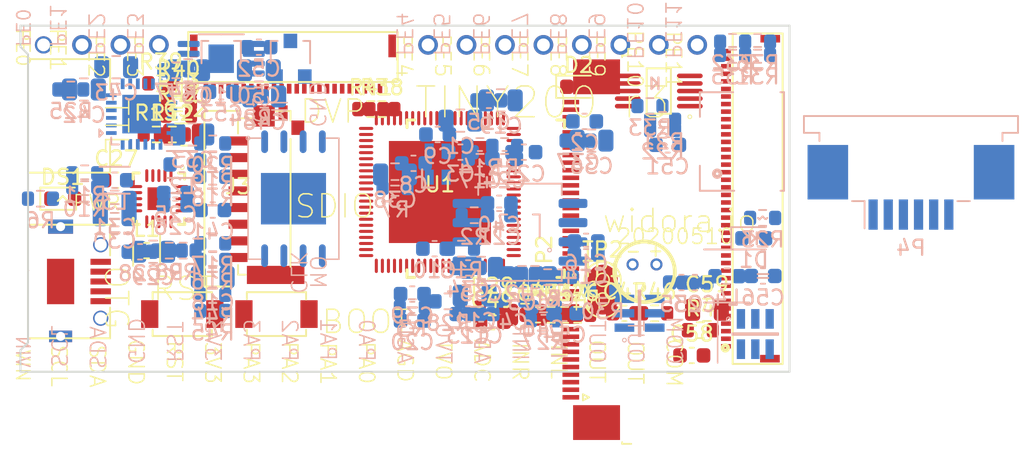
<source format=kicad_pcb>
(kicad_pcb (version 20210623) (generator pcbnew)
  (layers (0 "F.Cu" signal) (31 "B.Cu" signal) (34 "B.Paste" user) (35 "F.Paste" user) (36 "B.SilkS" user "B.Silkscreen") (37 "F.SilkS" user "F.Silkscreen") (38 "B.Mask" user) (39 "F.Mask" user) (44 "Edge.Cuts" user))
  (net 0 "")
  (net 1 "GND")
  (net 2 "VCC3V3")
  (net 3 "AGND")
  (net 4 "VCC_TV")
  (net 5 "VCC_CORE")
  (net 6 "VCC_DRAM")
  (net 7 "VCCIN")
  (net 8 "Net-(C32-Pad1)")
  (net 9 "AVCC")
  (net 10 "Net-(C44-Pad2)")
  (net 11 "/LRADC")
  (net 12 "Net-(C46-Pad1)")
  (net 13 "/MICIN")
  (net 14 "Net-(C49-Pad1)")
  (net 15 "Net-(C50-Pad1)")
  (net 16 "AAGND")
  (net 17 "AVDD2V8")
  (net 18 "/FMINL")
  (net 19 "/FMINR")
  (net 20 "/DVP_DVDD")
  (net 21 "/LEDK")
  (net 22 "/LEDA")
  (net 23 "/LCD_D19")
  (net 24 "/LCD_D20")
  (net 25 "/LCD_D21")
  (net 26 "/LCD_D22")
  (net 27 "/LCD_D23")
  (net 28 "/LCD_D10")
  (net 29 "/LCD_D11")
  (net 30 "/LCD_D12")
  (net 31 "/LCD_D13")
  (net 32 "/LCD_D14")
  (net 33 "/LCD_D15")
  (net 34 "/LCD_D3")
  (net 35 "/LCD_D4")
  (net 36 "/LCD_D5")
  (net 37 "/LCD_D6")
  (net 38 "/LCD_D7")
  (net 39 "/LCD_CLK")
  (net 40 "/LCD_HSYNC")
  (net 41 "/LCD_VSYNC")
  (net 42 "/LCD_DE")
  (net 43 "Net-(P2-Pad35)")
  (net 44 "Net-(P2-Pad37)")
  (net 45 "Net-(P2-Pad38)")
  (net 46 "Net-(P2-Pad39)")
  (net 47 "Net-(P2-Pad40)")
  (net 48 "Net-(R10-Pad1)")
  (net 49 "Net-(R11-Pad2)")
  (net 50 "/DVP_HSYNC")
  (net 51 "Net-(R12-Pad2)")
  (net 52 "Net-(R15-Pad2)")
  (net 53 "Net-(R16-Pad2)")
  (net 54 "/DVP_VSYNC")
  (net 55 "Net-(R21-Pad1)")
  (net 56 "/DVP-Y5")
  (net 57 "/HPR")
  (net 58 "/SDC0_D2")
  (net 59 "/HPL")
  (net 60 "/SDC0_D3")
  (net 61 "/SDC0_CMD")
  (net 62 "/SDC0_D0")
  (net 63 "/SDC0_D1")
  (net 64 "/PA1")
  (net 65 "/DVP_RST")
  (net 66 "/RSTN")
  (net 67 "/TV_IN0")
  (net 68 "/TV_OUT")
  (net 69 "/DVP_SCL")
  (net 70 "/HPCOM")
  (net 71 "/HPCOMFB")
  (net 72 "/DVP_SDA")
  (net 73 "/PE12")
  (net 74 "/VRA1")
  (net 75 "/VRA2")
  (net 76 "/TV_VRN")
  (net 77 "/TV_VRP")
  (net 78 "/SVREF")
  (net 79 "/XO")
  (net 80 "/XI")
  (net 81 "/SPI0_CS")
  (net 82 "/PA2")
  (net 83 "/PA3")
  (net 84 "/SDC0_CLK")
  (net 85 "/SPI0_CLK")
  (net 86 "/SPI0_MISO")
  (net 87 "/SPI0_MOSI")
  (net 88 "/PA0")
  (footprint "Connector_FFC-FPC:TE_4-1734839-0_1x40-1MP_P0.5mm_Horizontal" (layer "F.Cu") (at 127.599 90.678 90)
    (fp_text reference "P2" (at 0 -3.1 90) (layer "F.SilkS"))
    (fp_text value "FFC40-RGBLCD")
    (pad "1" smd rect locked (at -9.75 -1.35 90) (size 0.3 1.1) (layers "F.Cu" "F.Paste" "F.Mask") (net 21 "/LEDK"))
    (pad "2" smd rect locked (at -9.25 -1.35 90) (size 0.3 1.1) (layers "F.Cu" "F.Paste" "F.Mask") (net 22 "/LEDA"))
    (pad "3" smd rect locked (at -8.75 -1.35 90) (size 0.3 1.1) (layers "F.Cu" "F.Paste" "F.Mask") (net 1 "GND"))
    (pad "4" smd rect locked (at -8.25 -1.35 90) (size 0.3 1.1) (layers "F.Cu" "F.Paste" "F.Mask") (net 2 "VCC3V3"))
    (pad "5" smd rect locked (at -7.75 -1.35 90) (size 0.3 1.1) (layers "F.Cu" "F.Paste" "F.Mask") (net 1 "GND"))
    (pad "6" smd rect locked (at -7.25 -1.35 90) (size 0.3 1.1) (layers "F.Cu" "F.Paste" "F.Mask") (net 1 "GND"))
    (pad "7" smd rect locked (at -6.75 -1.35 90) (size 0.3 1.1) (layers "F.Cu" "F.Paste" "F.Mask") (net 1 "GND"))
    (pad "8" smd rect locked (at -6.25 -1.35 90) (size 0.3 1.1) (layers "F.Cu" "F.Paste" "F.Mask") (net 23 "/LCD_D19"))
    (pad "9" smd rect locked (at -5.75 -1.35 90) (size 0.3 1.1) (layers "F.Cu" "F.Paste" "F.Mask") (net 24 "/LCD_D20"))
    (pad "10" smd rect locked (at -5.25 -1.35 90) (size 0.3 1.1) (layers "F.Cu" "F.Paste" "F.Mask") (net 25 "/LCD_D21"))
    (pad "11" smd rect locked (at -4.75 -1.35 90) (size 0.3 1.1) (layers "F.Cu" "F.Paste" "F.Mask") (net 26 "/LCD_D22"))
    (pad "12" smd rect locked (at -4.25 -1.35 90) (size 0.3 1.1) (layers "F.Cu" "F.Paste" "F.Mask") (net 27 "/LCD_D23"))
    (pad "13" smd rect locked (at -3.75 -1.35 90) (size 0.3 1.1) (layers "F.Cu" "F.Paste" "F.Mask") (net 1 "GND"))
    (pad "14" smd rect locked (at -3.25 -1.35 90) (size 0.3 1.1) (layers "F.Cu" "F.Paste" "F.Mask") (net 1 "GND"))
    (pad "15" smd rect locked (at -2.75 -1.35 90) (size 0.3 1.1) (layers "F.Cu" "F.Paste" "F.Mask") (net 28 "/LCD_D10"))
    (pad "16" smd rect locked (at -2.25 -1.35 90) (size 0.3 1.1) (layers "F.Cu" "F.Paste" "F.Mask") (net 29 "/LCD_D11"))
    (pad "17" smd rect locked (at -1.75 -1.35 90) (size 0.3 1.1) (layers "F.Cu" "F.Paste" "F.Mask") (net 30 "/LCD_D12"))
    (pad "18" smd rect locked (at -1.25 -1.35 90) (size 0.3 1.1) (layers "F.Cu" "F.Paste" "F.Mask") (net 31 "/LCD_D13"))
    (pad "19" smd rect locked (at -0.75 -1.35 90) (size 0.3 1.1) (layers "F.Cu" "F.Paste" "F.Mask") (net 32 "/LCD_D14"))
    (pad "20" smd rect locked (at -0.25 -1.35 90) (size 0.3 1.1) (layers "F.Cu" "F.Paste" "F.Mask") (net 33 "/LCD_D15"))
    (pad "21" smd rect locked (at 0.25 -1.35 90) (size 0.3 1.1) (layers "F.Cu" "F.Paste" "F.Mask") (net 1 "GND"))
    (pad "22" smd rect locked (at 0.75 -1.35 90) (size 0.3 1.1) (layers "F.Cu" "F.Paste" "F.Mask") (net 1 "GND"))
    (pad "23" smd rect locked (at 1.25 -1.35 90) (size 0.3 1.1) (layers "F.Cu" "F.Paste" "F.Mask") (net 1 "GND"))
    (pad "24" smd rect locked (at 1.75 -1.35 90) (size 0.3 1.1) (layers "F.Cu" "F.Paste" "F.Mask") (net 34 "/LCD_D3"))
    (pad "25" smd rect locked (at 2.25 -1.35 90) (size 0.3 1.1) (layers "F.Cu" "F.Paste" "F.Mask") (net 35 "/LCD_D4"))
    (pad "26" smd rect locked (at 2.75 -1.35 90) (size 0.3 1.1) (layers "F.Cu" "F.Paste" "F.Mask") (net 36 "/LCD_D5"))
    (pad "27" smd rect locked (at 3.25 -1.35 90) (size 0.3 1.1) (layers "F.Cu" "F.Paste" "F.Mask") (net 37 "/LCD_D6"))
    (pad "28" smd rect locked (at 3.75 -1.35 90) (size 0.3 1.1) (layers "F.Cu" "F.Paste" "F.Mask") (net 38 "/LCD_D7"))
    (pad "29" smd rect locked (at 4.25 -1.35 90) (size 0.3 1.1) (layers "F.Cu" "F.Paste" "F.Mask") (net 1 "GND"))
    (pad "30" smd rect locked (at 4.75 -1.35 90) (size 0.3 1.1) (layers "F.Cu" "F.Paste" "F.Mask") (net 39 "/LCD_CLK"))
    (pad "31" smd rect locked (at 5.25 -1.35 90) (size 0.3 1.1) (layers "F.Cu" "F.Paste" "F.Mask") (net 2 "VCC3V3"))
    (pad "32" smd rect locked (at 5.75 -1.35 90) (size 0.3 1.1) (layers "F.Cu" "F.Paste" "F.Mask") (net 40 "/LCD_HSYNC"))
    (pad "33" smd rect locked (at 6.25 -1.35 90) (size 0.3 1.1) (layers "F.Cu" "F.Paste" "F.Mask") (net 41 "/LCD_VSYNC"))
    (pad "34" smd rect locked (at 6.75 -1.35 90) (size 0.3 1.1) (layers "F.Cu" "F.Paste" "F.Mask") (net 42 "/LCD_DE"))
    (pad "35" smd rect locked (at 7.25 -1.35 90) (size 0.3 1.1) (layers "F.Cu" "F.Paste" "F.Mask") (net 43 "Net-(P2-Pad35)"))
    (pad "36" smd rect locked (at 7.75 -1.35 90) (size 0.3 1.1) (layers "F.Cu" "F.Paste" "F.Mask") (net 1 "GND"))
    (pad "37" smd rect locked (at 8.25 -1.35 90) (size 0.3 1.1) (layers "F.Cu" "F.Paste" "F.Mask") (net 44 "Net-(P2-Pad37)"))
    (pad "38" smd rect locked (at 8.75 -1.35 90) (size 0.3 1.1) (layers "F.Cu" "F.Paste" "F.Mask") (net 45 "Net-(P2-Pad38)"))
    (pad "39" smd rect locked (at 9.25 -1.35 90) (size 0.3 1.1) (layers "F.Cu" "F.Paste" "F.Mask") (net 46 "Net-(P2-Pad39)"))
    (pad "40" smd rect locked (at 9.75 -1.35 90) (size 0.3 1.1) (layers "F.Cu" "F.Paste" "F.Mask") (net 47 "Net-(P2-Pad40)"))
    (pad "MP" smd rect locked (at 11.42 0.35 90) (size 2.3 3.1) (layers "F.Cu" "F.Paste" "F.Mask"))
    (pad "MP" smd rect locked (at -11.42 0.35 90) (size 2.3 3.1) (layers "F.Cu" "F.Paste" "F.Mask"))
  )
  (footprint "Resistor_SMD:R_0603_1608Metric" (layer "F.Cu") (at 99.9284 83.06739)
    (fp_text reference "R12" (at 0 -1.43) (layer "F.SilkS"))
    (fp_text value "NC")
    (pad "1" smd roundrect locked (at -0.825 0) (size 0.8 0.95) (layers "F.Cu" "F.Paste" "F.Mask") (net 50 "/DVP_HSYNC"))
    (pad "2" smd roundrect locked (at 0.825 0) (size 0.8 0.95) (layers "F.Cu" "F.Paste" "F.Mask") (net 51 "Net-(R12-Pad2)"))
  )
  (footprint "HDR1X18-M2" (layer "F.Cu") (at 91.4194 77.14919)
    (fp_text reference "P3" hide)
    (fp_text value "Header, 18-Pin" hide)
    (pad "1" thru_hole circle locked (at 0 0) (size 1.143 1.143) (drill 0.85) (layers *.Cu))
    (pad "2" thru_hole circle locked (at 2.54 0) (size 1.3 1.3) (drill 0.85) (layers *.Cu))
    (pad "3" thru_hole circle locked (at 5.08 0) (size 1.3 1.3) (drill 0.85) (layers *.Cu))
    (pad "4" thru_hole circle locked (at 7.62 0) (size 1.3 1.3) (drill 0.85) (layers *.Cu))
    (pad "11" thru_hole circle locked (at 25.4 0) (size 1.3 1.3) (drill 0.85) (layers *.Cu))
    (pad "12" thru_hole circle locked (at 27.94 0) (size 1.3 1.3) (drill 0.85) (layers *.Cu))
    (pad "13" thru_hole circle locked (at 30.48 0) (size 1.3 1.3) (drill 0.85) (layers *.Cu))
    (pad "14" thru_hole circle locked (at 33.02 0) (size 1.3 1.3) (drill 0.85) (layers *.Cu))
    (pad "15" thru_hole circle locked (at 35.56 0) (size 1.3 1.3) (drill 0.85) (layers *.Cu))
    (pad "16" thru_hole circle locked (at 38.1 0) (size 1.3 1.3) (drill 0.85) (layers *.Cu))
    (pad "17" thru_hole circle locked (at 40.64 0) (size 1.3 1.3) (drill 0.85) (layers *.Cu))
    (pad "18" thru_hole circle locked (at 43.18 0) (size 1.3 1.3) (drill 0.85) (layers *.Cu))
  )
  (footprint "Resistor_SMD:R_0603_1608Metric" (layer "F.Cu") (at 113.0348 81.39099)
    (fp_text reference "R41" (at 0 -1.43) (layer "F.SilkS"))
    (fp_text value "10K")
    (pad "1" smd roundrect locked (at -0.825 0) (size 0.8 0.95) (layers "F.Cu" "F.Paste" "F.Mask") (net 2 "VCC3V3"))
    (pad "2" smd roundrect locked (at 0.825 0) (size 0.8 0.95) (layers "F.Cu" "F.Paste" "F.Mask") (net 43 "Net-(P2-Pad35)"))
  )
  (footprint "MICROUSB-youxin" (layer "F.Cu") (at 95.1954 92.77919)
    (fp_text reference "J2" hide)
    (fp_text value "" hide)
    (pad "1" smd rect locked (at 0 -1.29997) (size 1.35 0.40005) (layers "F.Cu"))
    (pad "2" smd rect locked (at 0 -0.64998) (size 1.35 0.40005) (layers "F.Cu"))
    (pad "3" smd rect locked (at 0 0) (size 1.35 0.40005) (layers "F.Cu"))
    (pad "4" smd rect locked (at 0 0.64999) (size 1.35 0.40005) (layers "F.Cu"))
    (pad "5" smd rect locked (at 0 1.29998) (size 1.35 0.40005) (layers "F.Cu"))
    (pad "6" thru_hole roundrect locked (at -2.65 -3.62525) (size 1.65 0.9398) (drill 0.6) (layers *.Cu) (roundrect_rratio 0))
    (pad "6" thru_hole roundrect locked (at -2.65 3.62475) (size 1.524 0.762) (drill 0.6) (layers *.Cu) (roundrect_rratio 0))
    (pad "7" smd rect locked (at -2.65 -0.00025 270) (size 3 1.8001) (layers "F.Cu"))
    (pad "8" thru_hole circle locked (at 0 -2.42525 270) (size 1 1) (drill 0.8) (layers *.Cu))
    (pad "9" thru_hole circle locked (at 0 2.42475 270) (size 1 1) (drill 0.8) (layers *.Cu))
  )
  (footprint "Capacitor_SMD:C_0805_2012Metric" (layer "F.Cu") (at 123.2202 94.97999)
    (fp_text reference "C44" (at 0 -1.68) (layer "F.SilkS"))
    (fp_text value "10uF/25V")
    (pad "1" smd roundrect locked (at -0.95 0) (size 1 1.45) (layers "F.Cu" "F.Paste" "F.Mask") (net 1 "GND"))
    (pad "2" smd roundrect locked (at 0.95 0) (size 1 1.45) (layers "F.Cu" "F.Paste" "F.Mask") (net 10 "Net-(C44-Pad2)"))
  )
  (footprint "Resistor_SMD:R_0603_1608Metric" (layer "F.Cu") (at 100.3348 81.00999)
    (fp_text reference "R43" (at 0 -1.43) (layer "F.SilkS"))
    (fp_text value "0R")
    (pad "1" smd roundrect locked (at -0.825 0) (size 0.8 0.95) (layers "F.Cu" "F.Paste" "F.Mask") (net 20 "/DVP_DVDD"))
    (pad "2" smd roundrect locked (at 0.825 0) (size 0.8 0.95) (layers "F.Cu" "F.Paste" "F.Mask") (net 5 "VCC_CORE"))
  )
  (footprint "Capacitor_SMD:C_0603_1608Metric" (layer "F.Cu") (at 121.0612 95.4372)
    (fp_text reference "C49" (at 0 -1.43) (layer "F.SilkS"))
    (fp_text value "1uF")
    (pad "1" smd roundrect locked (at -0.775 0) (size 0.9 0.95) (layers "F.Cu" "F.Paste" "F.Mask") (net 14 "Net-(C49-Pad1)"))
    (pad "2" smd roundrect locked (at 0.775 0) (size 0.9 0.95) (layers "F.Cu" "F.Paste" "F.Mask"))
  )
  (footprint "Inductor_SMD:L_0603_1608Metric" (layer "F.Cu") (at 98.2266 90.73819)
    (fp_text reference "L1" (at 0 -1.43) (layer "F.SilkS"))
    (fp_text value "2.2uH")
    (pad "1" smd roundrect locked (at -0.7875 0) (size 0.875 0.95) (layers "F.Cu" "F.Paste" "F.Mask"))
    (pad "2" smd roundrect locked (at 0.7875 0) (size 0.875 0.95) (layers "F.Cu" "F.Paste" "F.Mask") (net 2 "VCC3V3"))
  )
  (footprint "Resistor_SMD:R_0603_1608Metric" (layer "F.Cu") (at 126.7 94.97999)
    (fp_text reference "R26" (at 0 -1.43) (layer "F.SilkS"))
    (fp_text value "1K")
    (pad "1" smd roundrect locked (at -0.825 0) (size 0.8 0.95) (layers "F.Cu" "F.Paste" "F.Mask") (net 2 "VCC3V3"))
    (pad "2" smd roundrect locked (at 0.825 0) (size 0.8 0.95) (layers "F.Cu" "F.Paste" "F.Mask") (net 55 "Net-(R21-Pad1)"))
  )
  (footprint "Capacitor_SMD:C_0805_2012Metric" (layer "F.Cu") (at 135.2412 94.64979)
    (fp_text reference "C59" (at 0 -1.68) (layer "F.SilkS"))
    (fp_text value "10uF")
    (pad "1" smd roundrect locked (at -0.95 0) (size 1 1.45) (layers "F.Cu" "F.Paste" "F.Mask") (net 17 "AVDD2V8"))
    (pad "2" smd roundrect locked (at 0.95 0) (size 1 1.45) (layers "F.Cu" "F.Paste" "F.Mask") (net 16 "AAGND"))
  )
  (footprint "QFN40P300X300X80_HS-21N" (layer "F.Cu") (at 99.0394 87.30919)
    (fp_text reference "U4" hide)
    (fp_text value "" hide)
    (pad "1" smd oval locked (at 0.8 -1.525) (size 0.2 0.85) (layers "F.Cu"))
    (pad "2" smd oval locked (at 0.4 -1.525) (size 0.2 0.85) (layers "F.Cu"))
    (pad "3" smd oval locked (at 0 -1.525) (size 0.2 0.85) (layers "F.Cu"))
    (pad "4" smd oval locked (at -0.4 -1.525) (size 0.2 0.85) (layers "F.Cu"))
    (pad "5" smd oval locked (at -0.8 -1.525) (size 0.2 0.85) (layers "F.Cu"))
    (pad "6" smd oval locked (at -1.525 -0.8 270) (size 0.2 0.85) (layers "F.Cu"))
    (pad "7" smd oval locked (at -1.525 -0.4 270) (size 0.2 0.85) (layers "F.Cu"))
    (pad "8" smd oval locked (at -1.525 0 270) (size 0.2 0.85) (layers "F.Cu"))
    (pad "9" smd oval locked (at -1.525 0.4 270) (size 0.2 0.85) (layers "F.Cu"))
    (pad "10" smd oval locked (at -1.525 0.8 270) (size 0.2 0.85) (layers "F.Cu"))
    (pad "11" smd oval locked (at -0.8 1.525) (size 0.2 0.85) (layers "F.Cu"))
    (pad "12" smd oval locked (at -0.4 1.525) (size 0.2 0.85) (layers "F.Cu"))
    (pad "13" smd oval locked (at 0 1.525) (size 0.2 0.85) (layers "F.Cu"))
    (pad "14" smd oval locked (at 0.4 1.525) (size 0.2 0.85) (layers "F.Cu"))
    (pad "15" smd oval locked (at 0.8 1.525) (size 0.2 0.85) (layers "F.Cu"))
    (pad "16" smd oval locked (at 1.525 0.8 270) (size 0.2 0.85) (layers "F.Cu"))
    (pad "17" smd oval locked (at 1.525 0.4 270) (size 0.2 0.85) (layers "F.Cu"))
    (pad "18" smd oval locked (at 1.525 0 270) (size 0.2 0.85) (layers "F.Cu"))
    (pad "19" smd oval locked (at 1.525 -0.4 270) (size 0.2 0.85) (layers "F.Cu"))
    (pad "20" smd oval locked (at 1.525 -0.8 270) (size 0.2 0.85) (layers "F.Cu"))
    (pad "21" smd rect locked (at 0 0 270) (size 1.5 1.5) (layers "F.Cu"))
  )
  (footprint "MyLib:QFN-F1C-89PIN" (layer "F.Cu") (at 117.602 86.868)
    (fp_text reference "U1" (at 0 -0.5 unlocked) (layer "F.SilkS"))
    (fp_text value "F1C200s")
    (pad "1" smd oval locked (at 4.875 4.2 270) (size 0.2 0.95) (layers "F.Cu") (net 59 "/HPL"))
    (pad "2" smd oval locked (at 4.875 3.8 270) (size 0.2 0.95) (layers "F.Cu") (net 71 "/HPCOMFB"))
    (pad "3" smd oval locked (at 4.875 3.4 270) (size 0.2 0.95) (layers "F.Cu") (net 70 "/HPCOM"))
    (pad "4" smd oval locked (at 4.875 3 270) (size 0.2 0.95) (layers "F.Cu") (net 2 "VCC3V3"))
    (pad "5" smd oval locked (at 4.875 2.6 270) (size 0.2 0.95) (layers "F.Cu") (net 2 "VCC3V3"))
    (pad "6" smd oval locked (at 4.875 2.2 270) (size 0.2 0.95) (layers "F.Cu") (net 72 "/DVP_SDA"))
    (pad "7" smd oval locked (at 4.875 1.8 270) (size 0.2 0.95) (layers "F.Cu") (net 34 "/LCD_D3"))
    (pad "8" smd oval locked (at 4.875 1.4 270) (size 0.2 0.95) (layers "F.Cu") (net 35 "/LCD_D4"))
    (pad "9" smd oval locked (at 4.875 1 270) (size 0.2 0.95) (layers "F.Cu") (net 36 "/LCD_D5"))
    (pad "10" smd oval locked (at 4.875 0.6 270) (size 0.2 0.95) (layers "F.Cu") (net 37 "/LCD_D6"))
    (pad "11" smd oval locked (at 4.875 0.2 270) (size 0.2 0.95) (layers "F.Cu") (net 38 "/LCD_D7"))
    (pad "12" smd oval locked (at 4.875 -0.2 270) (size 0.2 0.95) (layers "F.Cu") (net 28 "/LCD_D10"))
    (pad "13" smd oval locked (at 4.875 -0.6 270) (size 0.2 0.95) (layers "F.Cu") (net 29 "/LCD_D11"))
    (pad "14" smd oval locked (at 4.875 -1 270) (size 0.2 0.95) (layers "F.Cu") (net 30 "/LCD_D12"))
    (pad "15" smd oval locked (at 4.875 -1.4 270) (size 0.2 0.95) (layers "F.Cu") (net 31 "/LCD_D13"))
    (pad "16" smd oval locked (at 4.875 -1.8 270) (size 0.2 0.95) (layers "F.Cu") (net 32 "/LCD_D14"))
    (pad "17" smd oval locked (at 4.875 -2.2 270) (size 0.2 0.95) (layers "F.Cu") (net 33 "/LCD_D15"))
    (pad "18" smd oval locked (at 4.875 -2.6 270) (size 0.2 0.95) (layers "F.Cu") (net 69 "/DVP_SCL"))
    (pad "19" smd oval locked (at 4.875 -3 270) (size 0.2 0.95) (layers "F.Cu") (net 23 "/LCD_D19"))
    (pad "20" smd oval locked (at 4.875 -3.4 270) (size 0.2 0.95) (layers "F.Cu") (net 2 "VCC3V3"))
    (pad "21" smd oval locked (at 4.875 -3.8 270) (size 0.2 0.95) (layers "F.Cu") (net 24 "/LCD_D20"))
    (pad "22" smd oval locked (at 4.875 -4.2 270) (size 0.2 0.95) (layers "F.Cu") (net 5 "VCC_CORE"))
    (pad "23" smd oval locked (at 4.2 -4.875 180) (size 0.2 0.95) (layers "F.Cu") (net 25 "/LCD_D21"))
    (pad "24" smd oval locked (at 3.8 -4.875 180) (size 0.2 0.95) (layers "F.Cu") (net 26 "/LCD_D22"))
    (pad "25" smd oval locked (at 3.4 -4.875 180) (size 0.2 0.95) (layers "F.Cu") (net 27 "/LCD_D23"))
    (pad "26" smd oval locked (at 3 -4.875 180) (size 0.2 0.95) (layers "F.Cu") (net 39 "/LCD_CLK"))
    (pad "27" smd oval locked (at 2.6 -4.87499 180) (size 0.2 0.95) (layers "F.Cu") (net 42 "/LCD_DE"))
    (pad "28" smd oval locked (at 2.2 -4.875 180) (size 0.2 0.95) (layers "F.Cu") (net 40 "/LCD_HSYNC"))
    (pad "29" smd oval locked (at 1.8 -4.87499 180) (size 0.2 0.95) (layers "F.Cu") (net 41 "/LCD_VSYNC"))
    (pad "30" smd oval locked (at 1.4 -4.875 180) (size 0.2 0.95) (layers "F.Cu") (net 6 "VCC_DRAM"))
    (pad "31" smd oval locked (at 1 -4.87499 180) (size 0.2 0.95) (layers "F.Cu") (net 6 "VCC_DRAM"))
    (pad "32" smd oval locked (at 0.6 -4.875 180) (size 0.2 0.95) (layers "F.Cu") (net 6 "VCC_DRAM"))
    (pad "33" smd oval locked (at 0.2 -4.875 180) (size 0.2 0.95) (layers "F.Cu") (net 78 "/SVREF"))
    (pad "34" smd oval locked (at -0.2 -4.875 180) (size 0.2 0.95) (layers "F.Cu") (net 6 "VCC_DRAM"))
    (pad "35" smd oval locked (at -0.6 -4.875 180) (size 0.2 0.95) (layers "F.Cu") (net 5 "VCC_CORE"))
    (pad "36" smd oval locked (at -1 -4.875 180) (size 0.2 0.95) (layers "F.Cu") (net 6 "VCC_DRAM"))
    (pad "37" smd oval locked (at -1.4 -4.875 180) (size 0.2 0.95) (layers "F.Cu") (net 73 "/PE12"))
    (pad "38" smd oval locked (at -1.8 -4.875 180) (size 0.2 0.95) (layers "F.Cu"))
    (pad "39" smd oval locked (at -2.2 -4.875 180) (size 0.2 0.95) (layers "F.Cu"))
    (pad "40" smd oval locked (at -2.6 -4.87499 180) (size 0.2 0.95) (layers "F.Cu"))
    (pad "41" smd oval locked (at -3 -4.87499 180) (size 0.2 0.95) (layers "F.Cu"))
    (pad "42" smd oval locked (at -3.4 -4.875 180) (size 0.2 0.95) (layers "F.Cu"))
    (pad "43" smd oval locked (at -3.8 -4.875 180) (size 0.2 0.95) (layers "F.Cu") (net 56 "/DVP-Y5"))
    (pad "44" smd oval locked (at -4.2 -4.875 180) (size 0.2 0.95) (layers "F.Cu"))
    (pad "45" smd oval locked (at -4.875 -4.2 270) (size 0.2 0.95) (layers "F.Cu"))
    (pad "46" smd oval locked (at -4.875 -3.8 270) (size 0.2 0.95) (layers "F.Cu"))
    (pad "47" smd oval locked (at -4.875 -3.4 270) (size 0.2 0.95) (layers "F.Cu"))
    (pad "48" smd oval locked (at -4.875 -3 270) (size 0.2 0.95) (layers "F.Cu") (net 54 "/DVP_VSYNC"))
    (pad "49" smd oval locked (at -4.875 -2.6 270) (size 0.2 0.95) (layers "F.Cu") (net 50 "/DVP_HSYNC"))
    (pad "50" smd oval locked (at -4.875 -2.19999 270) (size 0.2 0.95) (layers "F.Cu") (net 2 "VCC3V3"))
    (pad "51" smd oval locked (at -4.875 -1.8 270) (size 0.2 0.95) (layers "F.Cu") (net 80 "/XI"))
    (pad "52" smd oval locked (at -4.875 -1.4 270) (size 0.2 0.95) (layers "F.Cu") (net 79 "/XO"))
    (pad "53" smd oval locked (at -4.875 -1 270) (size 0.2 0.95) (layers "F.Cu") (net 58 "/SDC0_D2"))
    (pad "54" smd oval locked (at -4.875 -0.6 270) (size 0.2 0.95) (layers "F.Cu") (net 60 "/SDC0_D3"))
    (pad "55" smd oval locked (at -4.875 -0.2 270) (size 0.2 0.95) (layers "F.Cu") (net 61 "/SDC0_CMD"))
    (pad "56" smd oval locked (at -4.875 0.2 270) (size 0.2 0.95) (layers "F.Cu") (net 84 "/SDC0_CLK"))
    (pad "57" smd oval locked (at -4.875 0.6 270) (size 0.2 0.95) (layers "F.Cu") (net 62 "/SDC0_D0"))
    (pad "58" smd oval locked (at -4.875 1 270) (size 0.2 0.95) (layers "F.Cu") (net 63 "/SDC0_D1"))
    (pad "59" smd oval locked (at -4.875 1.4 270) (size 0.2 0.95) (layers "F.Cu") (net 85 "/SPI0_CLK"))
    (pad "60" smd oval locked (at -4.875 1.8 270) (size 0.2 0.95) (layers "F.Cu") (net 81 "/SPI0_CS"))
    (pad "61" smd oval locked (at -4.875 2.2 270) (size 0.2 0.95) (layers "F.Cu") (net 86 "/SPI0_MISO"))
    (pad "62" smd oval locked (at -4.875 2.6 270) (size 0.2 0.95) (layers "F.Cu") (net 87 "/SPI0_MOSI"))
    (pad "63" smd oval locked (at -4.875 3 270) (size 0.2 0.95) (layers "F.Cu") (net 83 "/PA3"))
    (pad "64" smd oval locked (at -4.875 3.4 270) (size 0.2 0.95) (layers "F.Cu") (net 82 "/PA2"))
    (pad "65" smd oval locked (at -4.875 3.8 270) (size 0.2 0.95) (layers "F.Cu") (net 64 "/PA1"))
    (pad "66" smd oval locked (at -4.875 4.2 270) (size 0.2 0.95) (layers "F.Cu") (net 88 "/PA0"))
    (pad "67" smd oval locked (at -4.2 4.875 180) (size 0.2 0.95) (layers "F.Cu") (net 2 "VCC3V3"))
    (pad "68" smd oval locked (at -3.8 4.875 180) (size 0.2 0.95) (layers "F.Cu"))
    (pad "69" smd oval locked (at -3.4 4.875 180) (size 0.2 0.95) (layers "F.Cu"))
    (pad "70" smd oval locked (at -3 4.875 180) (size 0.2 0.95) (layers "F.Cu") (net 66 "/RSTN"))
    (pad "71" smd oval locked (at -2.6 4.875 180) (size 0.2 0.95) (layers "F.Cu") (net 5 "VCC_CORE"))
    (pad "72" smd oval locked (at -2.2 4.875 180) (size 0.2 0.95) (layers "F.Cu") (net 68 "/TV_OUT"))
    (pad "73" smd oval locked (at -1.8 4.875 180) (size 0.2 0.95) (layers "F.Cu") (net 4 "VCC_TV"))
    (pad "74" smd oval locked (at -1.4 4.875 180) (size 0.2 0.95) (layers "F.Cu") (net 3 "AGND"))
    (pad "75" smd oval locked (at -1 4.875 180) (size 0.2 0.95) (layers "F.Cu") (net 76 "/TV_VRN"))
    (pad "76" smd oval locked (at -0.6 4.875 180) (size 0.2 0.95) (layers "F.Cu") (net 77 "/TV_VRP"))
    (pad "77" smd oval locked (at -0.2 4.875 180) (size 0.2 0.95) (layers "F.Cu"))
    (pad "78" smd oval locked (at 0.2 4.875 180) (size 0.2 0.95) (layers "F.Cu") (net 67 "/TV_IN0"))
    (pad "79" smd oval locked (at 0.6 4.875 180) (size 0.2 0.95) (layers "F.Cu") (net 11 "/LRADC"))
    (pad "80" smd oval locked (at 1 4.875 180) (size 0.2 0.95) (layers "F.Cu") (net 9 "AVCC"))
    (pad "81" smd oval locked (at 1.4 4.875 180) (size 0.2 0.95) (layers "F.Cu") (net 74 "/VRA1"))
    (pad "82" smd oval locked (at 1.8 4.875 180) (size 0.2 0.95) (layers "F.Cu") (net 3 "AGND"))
    (pad "83" smd oval locked (at 2.2 4.875 180) (size 0.2 0.95) (layers "F.Cu") (net 75 "/VRA2"))
    (pad "84" smd oval locked (at 2.6 4.875 180) (size 0.2 0.95) (layers "F.Cu") (net 18 "/FMINL"))
    (pad "85" smd oval locked (at 3 4.875 180) (size 0.2 0.95) (layers "F.Cu") (net 19 "/FMINR"))
    (pad "86" smd oval locked (at 3.4 4.875 180) (size 0.2 0.95) (layers "F.Cu"))
    (pad "87" smd oval locked (at 3.8 4.875 180) (size 0.2 0.95) (layers "F.Cu") (net 13 "/MICIN"))
    (pad "88" smd oval locked (at 4.2 4.875 180) (size 0.2 0.95) (layers "F.Cu") (net 57 "/HPR"))
    (pad "89" smd rect locked (at 0 0 180) (size 6.74 6.74) (layers "F.Cu") (net 1 "GND"))
  )
  (footprint "Capacitor_SMD:C_0603_1608Metric" (layer "F.Cu") (at 134.239 97.663)
    (fp_text reference "C58" (at 0 -1.43) (layer "F.SilkS"))
    (fp_text value "0.1uF")
    (pad "1" smd roundrect locked (at -0.775 0) (size 0.9 0.95) (layers "F.Cu" "F.Paste" "F.Mask") (net 16 "AAGND"))
    (pad "2" smd roundrect locked (at 0.775 0) (size 0.9 0.95) (layers "F.Cu" "F.Paste" "F.Mask") (net 17 "AVDD2V8"))
  )
  (footprint "FFC_SM0.5-1H24 - OV2640" (layer "F.Cu") (at 107.8954 78.63919)
    (fp_text reference "U8" hide)
    (fp_text value "Header, 24-Pin" hide)
    (pad "1" smd rect locked (at -5.74999 1.40491 90) (size 0.65 0.3) (layers "F.Cu"))
    (pad "2" smd rect locked (at -5.24999 1.40491 90) (size 0.65 0.3) (layers "F.Cu"))
    (pad "3" smd rect locked (at -4.74999 1.40491 90) (size 0.65 0.3) (layers "F.Cu"))
    (pad "4" smd rect locked (at -4.24999 1.40491 90) (size 0.65 0.3) (layers "F.Cu"))
    (pad "5" smd rect locked (at -3.74999 1.40491 90) (size 0.65 0.3) (layers "F.Cu"))
    (pad "6" smd rect locked (at -3.24999 1.40491 90) (size 0.65 0.3) (layers "F.Cu"))
    (pad "7" smd rect locked (at -2.74999 1.40491 90) (size 0.65 0.3) (layers "F.Cu"))
    (pad "8" smd rect locked (at -2.24999 1.40491 90) (size 0.65 0.3) (layers "F.Cu"))
    (pad "9" smd rect locked (at -1.74999 1.40491 90) (size 0.65 0.3) (layers "F.Cu"))
    (pad "10" smd rect locked (at -1.25 1.40491 90) (size 0.65 0.3) (layers "F.Cu"))
    (pad "11" smd rect locked (at -0.75 1.40491 90) (size 0.65 0.3) (layers "F.Cu"))
    (pad "12" smd rect locked (at -0.25 1.40491 90) (size 0.65 0.3) (layers "F.Cu"))
    (pad "13" smd rect locked (at 0.25 1.40491 90) (size 0.65 0.3) (layers "F.Cu"))
    (pad "14" smd rect locked (at 0.75 1.40491 90) (size 0.65 0.3) (layers "F.Cu"))
    (pad "15" smd rect locked (at 1.25 1.40491 90) (size 0.65 0.3) (layers "F.Cu"))
    (pad "16" smd rect locked (at 1.75 1.40491 90) (size 0.65 0.3) (layers "F.Cu"))
    (pad "17" smd rect locked (at 2.25 1.40491 90) (size 0.65 0.3) (layers "F.Cu"))
    (pad "18" smd rect locked (at 2.75 1.40491 90) (size 0.65 0.3) (layers "F.Cu"))
    (pad "19" smd rect locked (at 3.25 1.40491 90) (size 0.65 0.3) (layers "F.Cu"))
    (pad "20" smd rect locked (at 3.74999 1.40491 90) (size 0.65 0.3) (layers "F.Cu"))
    (pad "21" smd rect locked (at 4.24999 1.40491 90) (size 0.65 0.3) (layers "F.Cu"))
    (pad "22" smd rect locked (at 4.74999 1.40491 90) (size 0.65 0.3) (layers "F.Cu"))
    (pad "23" smd rect locked (at 5.24999 1.40491 90) (size 0.65 0.3) (layers "F.Cu"))
    (pad "24" smd rect locked (at 5.74999 1.40491 90) (size 0.65 0.3) (layers "F.Cu"))
    (pad "P0" smd rect locked (at 6.5532 -1.4224 270) (size 1.5 0.5) (layers "F.Cu"))
    (pad "P0" smd rect locked (at -6.5532 -1.4224 270) (size 1.5 0.5) (layers "F.Cu"))
  )
  (footprint "Resistor_SMD:R_0603_1608Metric" (layer "F.Cu") (at 125.8364 94.97999)
    (fp_text reference "R37" (at 0 -1.43) (layer "F.SilkS"))
    (fp_text value "0R")
    (pad "1" smd roundrect locked (at -0.825 0) (size 0.8 0.95) (layers "F.Cu" "F.Paste" "F.Mask") (net 64 "/PA1"))
    (pad "2" smd roundrect locked (at 0.825 0) (size 0.8 0.95) (layers "F.Cu" "F.Paste" "F.Mask") (net 65 "/DVP_RST"))
  )
  (footprint "Resistor_SMD:R_0603_1608Metric" (layer "F.Cu") (at 134.8026 95.99599)
    (fp_text reference "R4" (at 0 -1.43) (layer "F.SilkS"))
    (fp_text value "10K")
    (pad "1" smd roundrect locked (at -0.825 0) (size 0.8 0.95) (layers "F.Cu" "F.Paste" "F.Mask") (net 66 "/RSTN"))
    (pad "2" smd roundrect locked (at 0.825 0) (size 0.8 0.95) (layers "F.Cu" "F.Paste" "F.Mask") (net 2 "VCC3V3"))
  )
  (footprint "Diode_SMD:D_0603_1608Metric" (layer "F.Cu") (at 126.767 79.916)
    (fp_text reference "D2" (at 0 -1.43) (layer "F.SilkS"))
    (fp_text value "B5819WT")
    (pad "1" smd roundrect locked (at -0.7875 0) (size 0.875 0.95) (layers "F.Cu" "F.Paste" "F.Mask"))
    (pad "2" smd roundrect locked (at 0.7875 0) (size 0.875 0.95) (layers "F.Cu" "F.Paste" "F.Mask"))
  )
  (footprint "MyLib:TF_SLOT" (layer "F.Cu") (at 104.267 86.995)
    (fp_text reference "J3" (at 0 -0.5 unlocked) (layer "F.SilkS"))
    (fp_text value "TF")
    (pad "1" smd rect locked (at 0 -3.49987 270) (size 0.59995 1.24993) (layers "F.Cu") (net 58 "/SDC0_D2"))
    (pad "2" smd rect locked (at 0 -2.40005 270) (size 0.59995 1.24993) (layers "F.Cu") (net 60 "/SDC0_D3"))
    (pad "3" smd rect locked (at 0 -1.29997 270) (size 0.59995 1.24993) (layers "F.Cu") (net 61 "/SDC0_CMD"))
    (pad "4" smd rect locked (at 0 -0.1999 270) (size 0.59995 1.24993) (layers "F.Cu") (net 2 "VCC3V3"))
    (pad "5" smd rect locked (at 0 0.89992 270) (size 0.59995 1.24993) (layers "F.Cu") (net 84 "/SDC0_CLK"))
    (pad "6" smd rect locked (at 0 2 270) (size 0.59995 1.24993) (layers "F.Cu") (net 1 "GND"))
    (pad "7" smd rect locked (at 0 3.10007 270) (size 0.59995 1.24993) (layers "F.Cu") (net 62 "/SDC0_D0"))
    (pad "8" smd rect locked (at 0 4.19989 270) (size 0.59995 1.24993) (layers "F.Cu") (net 63 "/SDC0_D1"))
    (pad "G1" smd rect locked (at 2.48488 5.35 270) (size 1.1999 3.80009) (layers "F.Cu") (net 1 "GND"))
    (pad "G2" smd rect locked (at 1.72491 -5.1501 270) (size 1.40005 1.40005) (layers "F.Cu") (net 1 "GND"))
    (pad "G3" smd rect locked (at 2.97485 -5.35 270) (size 1 0.59995) (layers "F.Cu") (net 1 "GND"))
    (pad "G4" smd rect locked (at 3.94995 -4.3749 270) (size 0.94996 0.84988) (layers "F.Cu") (net 1 "GND"))
  )
  (footprint "Resistor_SMD:R_0603_1608Metric" (layer "F.Cu") (at 100.3348 80.17179)
    (fp_text reference "R40" (at 0 -1.43) (layer "F.SilkS"))
    (fp_text value "75R")
    (pad "1" smd roundrect locked (at -0.825 0) (size 0.8 0.95) (layers "F.Cu" "F.Paste" "F.Mask") (net 67 "/TV_IN0"))
    (pad "2" smd roundrect locked (at 0.825 0) (size 0.8 0.95) (layers "F.Cu" "F.Paste" "F.Mask") (net 3 "AGND"))
  )
  (footprint "TSSOP10" (layer "F.Cu") (at 132.0594 80.19719)
    (fp_text reference "U6" hide)
    (fp_text value "" hide)
    (pad "1" smd oval locked (at 2.05 1 270) (size 0.3 1.7) (layers "F.Cu"))
    (pad "2" smd oval locked (at 2.05 0.50001 270) (size 0.3 1.7) (layers "F.Cu"))
    (pad "3" smd oval locked (at 2.05 0 270) (size 0.3 1.7) (layers "F.Cu"))
    (pad "4" smd oval locked (at 2.05 -0.49999 270) (size 0.3 1.7) (layers "F.Cu"))
    (pad "5" smd oval locked (at 2.05 -1 270) (size 0.3 1.7) (layers "F.Cu"))
    (pad "6" smd oval locked (at -2.05 -1 270) (size 0.3 1.7) (layers "F.Cu"))
    (pad "7" smd oval locked (at -2.05 -0.49999 270) (size 0.3 1.7) (layers "F.Cu"))
    (pad "8" smd oval locked (at -2.05 0 270) (size 0.3 1.7) (layers "F.Cu"))
    (pad "9" smd oval locked (at -2.05 0.50001 270) (size 0.3 1.7) (layers "F.Cu"))
    (pad "10" smd oval locked (at -2.05 1 270) (size 0.3 1.7) (layers "F.Cu"))
  )
  (footprint "Resistor_SMD:R_0603_1608Metric" (layer "F.Cu") (at 100.3348 81.82279)
    (fp_text reference "R42" (at 0 -1.43) (layer "F.SilkS"))
    (fp_text value "75R")
    (pad "1" smd roundrect locked (at -0.825 0) (size 0.8 0.95) (layers "F.Cu" "F.Paste" "F.Mask") (net 68 "/TV_OUT"))
    (pad "2" smd roundrect locked (at 0.825 0) (size 0.8 0.95) (layers "F.Cu" "F.Paste" "F.Mask") (net 3 "AGND"))
  )
  (footprint "Capacitor_SMD:C_0805_2012Metric" (layer "F.Cu") (at 100.7666 83.06739)
    (fp_text reference "C32" (at 0 -1.68) (layer "F.SilkS"))
    (fp_text value "10uF")
    (pad "1" smd roundrect locked (at -0.95 0) (size 1 1.45) (layers "F.Cu" "F.Paste" "F.Mask") (net 8 "Net-(C32-Pad1)"))
    (pad "2" smd roundrect locked (at 0.95 0) (size 1 1.45) (layers "F.Cu" "F.Paste" "F.Mask") (net 1 "GND"))
  )
  (footprint "Capacitor_SMD:C_0603_1608Metric" (layer "F.Cu") (at 124.0838 94.97999)
    (fp_text reference "C45" (at 0 -1.43) (layer "F.SilkS"))
    (fp_text value "1nF")
    (pad "1" smd roundrect locked (at -0.775 0) (size 0.9 0.95) (layers "F.Cu" "F.Paste" "F.Mask") (net 3 "AGND"))
    (pad "2" smd roundrect locked (at 0.775 0) (size 0.9 0.95) (layers "F.Cu" "F.Paste" "F.Mask") (net 11 "/LRADC"))
  )
  (footprint "Resistor_SMD:R_0603_1608Metric" (layer "F.Cu") (at 113.7714 81.39099)
    (fp_text reference "R38" (at 0 -1.43) (layer "F.SilkS"))
    (fp_text value "NC")
    (pad "1" smd roundrect locked (at -0.825 0) (size 0.8 0.95) (layers "F.Cu" "F.Paste" "F.Mask") (net 65 "/DVP_RST"))
    (pad "2" smd roundrect locked (at 0.825 0) (size 0.8 0.95) (layers "F.Cu" "F.Paste" "F.Mask") (net 66 "/RSTN"))
  )
  (footprint "MIC" (layer "F.Cu") (at 131.11723 92.13519)
    (fp_text reference "M1" hide)
    (fp_text value "" hide)
    (pad "1" thru_hole circle locked (at 0.7874 -0.4826 180) (size 0.8 0.8) (drill 0.5) (layers *.Cu))
    (pad "2" thru_hole circle locked (at -0.7874 -0.4826 180) (size 0.8 0.8) (drill 0.5) (layers *.Cu))
  )
  (footprint "Resistor_SMD:R_0603_1608Metric" (layer "F.Cu") (at 131.7894 94.87839)
    (fp_text reference "R46" (at 0 -1.43) (layer "F.SilkS"))
    (fp_text value "10K")
    (pad "1" smd roundrect locked (at -0.825 0) (size 0.8 0.95) (layers "F.Cu" "F.Paste" "F.Mask") (net 72 "/DVP_SDA"))
    (pad "2" smd roundrect locked (at 0.825 0) (size 0.8 0.95) (layers "F.Cu" "F.Paste" "F.Mask") (net 2 "VCC3V3"))
  )
  (footprint "LED_SMD:LED_0603_1608Metric" (layer "F.Cu") (at 92.6894 87.30919)
    (fp_text reference "DS1" (at 0 -1.43) (layer "F.SilkS"))
    (fp_text value "GREEN")
    (pad "1" smd roundrect locked (at -0.7875 0) (size 0.875 0.95) (layers "F.Cu" "F.Paste" "F.Mask"))
    (pad "2" smd roundrect locked (at 0.7875 0) (size 0.875 0.95) (layers "F.Cu" "F.Paste" "F.Mask"))
  )
  (footprint "Capacitor_SMD:C_0603_1608Metric" (layer "F.Cu") (at 96.22 86.08999)
    (fp_text reference "C27" (at 0 -1.43) (layer "F.SilkS"))
    (fp_text value "0.1uF")
    (pad "1" smd roundrect locked (at -0.775 0) (size 0.9 0.95) (layers "F.Cu" "F.Paste" "F.Mask") (net 1 "GND"))
    (pad "2" smd roundrect locked (at 0.775 0) (size 0.9 0.95) (layers "F.Cu" "F.Paste" "F.Mask") (net 78 "/SVREF"))
  )
  (footprint "Capacitor_SMD:C_0603_1608Metric" (layer "F.Cu") (at 129.7894 94.87839)
    (fp_text reference "C47" (at 0 -1.43) (layer "F.SilkS"))
    (fp_text value "104")
    (pad "1" smd roundrect locked (at -0.775 0) (size 0.9 0.95) (layers "F.Cu" "F.Paste" "F.Mask") (net 2 "VCC3V3"))
    (pad "2" smd roundrect locked (at 0.775 0) (size 0.9 0.95) (layers "F.Cu" "F.Paste" "F.Mask") (net 1 "GND"))
  )
  (footprint "TestPoint:TestPoint_Pad_D2.0mm" (layer "F.Cu") (at 128.351 93.96399)
    (fp_text reference "TP1" (at 0 -1.998) (layer "F.SilkS"))
    (fp_text value "TEST POINT")
    (pad "1" smd circle locked (at 0 0) (size 2 2) (layers "F.Cu" "F.Mask") (net 67 "/TV_IN0"))
  )
  (footprint "MINIBUTTON" (layer "F.Cu") (at 106.8118 94.92919)
    (fp_text reference "S1" hide)
    (fp_text value "" hide)
    (pad "1" smd rect locked (at 2.14427 0.00204 180) (size 1.13995 1.83007) (layers "F.Cu"))
    (pad "2" smd rect locked (at -2.15595 0.00204 180) (size 1.13995 1.83007) (layers "F.Cu"))
  )
  (footprint "FFC_SM0.5-1H40" (layer "F.Cu") (at 137.9014 87.30919)
    (fp_text reference "P1" hide)
    (fp_text value "FFC40-RGBLCD" hide)
    (pad "1" smd rect locked (at -1.4051 9.74999 180) (size 0.65 0.3) (layers "F.Cu"))
    (pad "2" smd rect locked (at -1.4051 9.24999 180) (size 0.65 0.3) (layers "F.Cu"))
    (pad "3" smd rect locked (at -1.4051 8.74999 180) (size 0.65 0.3) (layers "F.Cu"))
    (pad "4" smd rect locked (at -1.4051 8.24999 180) (size 0.65 0.3) (layers "F.Cu"))
    (pad "5" smd rect locked (at -1.4051 7.74999 180) (size 0.65 0.3) (layers "F.Cu"))
    (pad "6" smd rect locked (at -1.4051 7.24999 180) (size 0.65 0.3) (layers "F.Cu"))
    (pad "7" smd rect locked (at -1.4051 6.75 180) (size 0.65 0.3) (layers "F.Cu"))
    (pad "8" smd rect locked (at -1.4051 6.25 180) (size 0.65 0.3) (layers "F.Cu"))
    (pad "9" smd rect locked (at -1.4051 5.75 180) (size 0.65 0.3) (layers "F.Cu"))
    (pad "10" smd rect locked (at -1.4051 5.25 180) (size 0.65 0.3) (layers "F.Cu"))
    (pad "11" smd rect locked (at -1.4051 4.75 180) (size 0.65 0.3) (layers "F.Cu"))
    (pad "12" smd rect locked (at -1.4051 4.25 180) (size 0.65 0.3) (layers "F.Cu"))
    (pad "13" smd rect locked (at -1.4051 3.75 180) (size 0.65 0.3) (layers "F.Cu"))
    (pad "14" smd rect locked (at -1.4051 3.25 180) (size 0.65 0.3) (layers "F.Cu"))
    (pad "15" smd rect locked (at -1.4051 2.75 180) (size 0.65 0.3) (layers "F.Cu"))
    (pad "16" smd rect locked (at -1.4051 2.25 180) (size 0.65 0.3) (layers "F.Cu"))
    (pad "17" smd rect locked (at -1.4051 1.75001 180) (size 0.65 0.3) (layers "F.Cu"))
    (pad "18" smd rect locked (at -1.4051 1.25001 180) (size 0.65 0.3) (layers "F.Cu"))
    (pad "19" smd rect locked (at -1.4051 0.75001 180) (size 0.65 0.3) (layers "F.Cu"))
    (pad "20" smd rect locked (at -1.4051 0.25001 180) (size 0.65 0.3) (layers "F.Cu"))
    (pad "21" smd rect locked (at -1.4051 -0.24999 180) (size 0.65 0.3) (layers "F.Cu"))
    (pad "22" smd rect locked (at -1.4051 -0.74999 180) (size 0.65 0.3) (layers "F.Cu"))
    (pad "23" smd rect locked (at -1.4051 -1.24999 180) (size 0.65 0.3) (layers "F.Cu"))
    (pad "24" smd rect locked (at -1.4051 -1.74999 180) (size 0.65 0.3) (layers "F.Cu"))
    (pad "25" smd rect locked (at -1.4051 -2.24999 180) (size 0.65 0.3) (layers "F.Cu"))
    (pad "26" smd rect locked (at -1.4051 -2.74999 180) (size 0.65 0.3) (layers "F.Cu"))
    (pad "27" smd rect locked (at -1.4051 -3.24998 180) (size 0.65 0.3) (layers "F.Cu"))
    (pad "28" smd rect locked (at -1.4051 -3.74998 180) (size 0.65 0.3) (layers "F.Cu"))
    (pad "29" smd rect locked (at -1.4051 -4.24998 180) (size 0.65 0.3) (layers "F.Cu"))
    (pad "30" smd rect locked (at -1.4051 -4.74998 180) (size 0.65 0.3) (layers "F.Cu"))
    (pad "31" smd rect locked (at -1.4051 -5.24998 180) (size 0.65 0.3) (layers "F.Cu"))
    (pad "32" smd rect locked (at -1.4051 -5.74998 180) (size 0.65 0.3) (layers "F.Cu"))
    (pad "33" smd rect locked (at -1.4051 -6.24998 180) (size 0.65 0.3) (layers "F.Cu"))
    (pad "34" smd rect locked (at -1.4051 -6.74998 180) (size 0.65 0.3) (layers "F.Cu"))
    (pad "35" smd rect locked (at -1.4051 -7.24998 180) (size 0.65 0.3) (layers "F.Cu"))
    (pad "36" smd rect locked (at -1.4051 -7.74998 180) (size 0.65 0.3) (layers "F.Cu"))
    (pad "37" smd rect locked (at -1.4051 -8.24997 180) (size 0.65 0.3) (layers "F.Cu"))
    (pad "38" smd rect locked (at -1.4051 -8.74997 180) (size 0.65 0.3) (layers "F.Cu"))
    (pad "39" smd rect locked (at -1.4051 -9.24997 180) (size 0.65 0.3) (layers "F.Cu"))
    (pad "40" smd rect locked (at -1.4051 -9.74997 180) (size 0.65 0.3) (layers "F.Cu"))
    (pad "G" smd rect locked (at 1.4986 10.5664 180) (size 1.3 0.5) (layers "F.Cu"))
    (pad "G" smd rect locked (at 1.524 -10.5664 180) (size 1.3 0.5) (layers "F.Cu"))
  )
  (footprint "MINIBUTTON" (layer "F.Cu") (at 100.5888 94.92919)
    (fp_text reference "S2" hide)
    (fp_text value "" hide)
    (pad "1" smd rect locked (at 2.14427 0.00204 180) (size 1.13995 1.83007) (layers "F.Cu"))
    (pad "2" smd rect locked (at -2.15595 0.00204 180) (size 1.13995 1.83007) (layers "F.Cu"))
  )
  (footprint "Resistor_SMD:R_0603_1608Metric" (layer "F.Cu") (at 124.9474 94.97999)
    (fp_text reference "R34" (at 0 -1.43) (layer "F.SilkS"))
    (fp_text value "10K")
    (pad "1" smd roundrect locked (at -0.825 0) (size 0.8 0.95) (layers "F.Cu" "F.Paste" "F.Mask") (net 2 "VCC3V3"))
    (pad "2" smd roundrect locked (at 0.825 0) (size 0.8 0.95) (layers "F.Cu" "F.Paste" "F.Mask") (net 61 "/SDC0_CMD"))
  )
  (footprint "Resistor_SMD:R_0603_1608Metric" (layer "F.Cu") (at 99.1664 79.68919)
    (fp_text reference "R39" (at 0 -1.43) (layer "F.SilkS"))
    (fp_text value "0R")
    (pad "1" smd roundrect locked (at -0.825 0) (size 0.8 0.95) (layers "F.Cu" "F.Paste" "F.Mask") (net 16 "AAGND"))
    (pad "2" smd roundrect locked (at 0.825 0) (size 0.8 0.95) (layers "F.Cu" "F.Paste" "F.Mask") (net 1 "GND"))
  )
  (footprint "TestPoint:TestPoint_Pad_D2.0mm" (layer "F.Cu") (at 128.351 92.66859)
    (fp_text reference "TP2" (at 0 -1.998) (layer "F.SilkS"))
    (fp_text value "TEST POINT")
    (pad "1" smd circle locked (at 0 0) (size 2 2) (layers "F.Cu" "F.Mask") (net 3 "AGND"))
  )
  (footprint "Resistor_SMD:R_0603_1608Metric" (layer "F.Cu") (at 98.8616 83.06739)
    (fp_text reference "R13" (at 0 -1.43) (layer "F.SilkS"))
    (fp_text value "150K 1%")
    (pad "1" smd roundrect locked (at -0.825 0) (size 0.8 0.95) (layers "F.Cu" "F.Paste" "F.Mask") (net 49 "Net-(R11-Pad2)"))
    (pad "2" smd roundrect locked (at 0.825 0) (size 0.8 0.95) (layers "F.Cu" "F.Paste" "F.Mask") (net 1 "GND"))
  )
  (footprint "Resistor_SMD:R_0603_1608Metric" (layer "F.Cu") (at 121.0612 94.49739)
    (fp_text reference "R29" (at 0 -1.43) (layer "F.SilkS"))
    (fp_text value "10K")
    (pad "1" smd roundrect locked (at -0.825 0) (size 0.8 0.95) (layers "F.Cu" "F.Paste" "F.Mask") (net 2 "VCC3V3"))
    (pad "2" smd roundrect locked (at 0.825 0) (size 0.8 0.95) (layers "F.Cu" "F.Paste" "F.Mask") (net 58 "/SDC0_D2"))
  )
  (footprint "Resistor_SMD:R_0603_1608Metric" (layer "B.Cu") (at 102.59439 91.35897)
    (fp_text reference "R16" (at 0 1.43 180) (layer "B.SilkS") (effects (justify mirror)))
    (fp_text value "0R")
    (pad "1" smd roundrect locked (at -0.825 0) (size 0.8 0.95) (layers "B.Cu" "B.Paste" "B.Mask") (net 83 "/PA3"))
    (pad "2" smd roundrect locked (at 0.825 0) (size 0.8 0.95) (layers "B.Cu" "B.Paste" "B.Mask") (net 53 "Net-(R16-Pad2)"))
  )
  (footprint "Capacitor_SMD:C_0603_1608Metric" (layer "B.Cu") (at 134.447 92.84639)
    (fp_text reference "C23" (at 0 1.43 180) (layer "B.SilkS") (effects (justify mirror)))
    (fp_text value "4.7uF")
    (pad "1" smd roundrect locked (at -0.775 0) (size 0.9 0.95) (layers "B.Cu" "B.Paste" "B.Mask") (net 3 "AGND"))
    (pad "2" smd roundrect locked (at 0.775 0) (size 0.9 0.95) (layers "B.Cu" "B.Paste" "B.Mask") (net 76 "/TV_VRN"))
  )
  (footprint "Capacitor_SMD:C_0603_1608Metric" (layer "B.Cu") (at 127.2588 90.12859)
    (fp_text reference "C16" (at 0 1.43 180) (layer "B.SilkS") (effects (justify mirror)))
    (fp_text value "1uF")
    (pad "1" smd roundrect locked (at -0.775 0) (size 0.9 0.95) (layers "B.Cu" "B.Paste" "B.Mask") (net 71 "/HPCOMFB"))
    (pad "2" smd roundrect locked (at 0.775 0) (size 0.9 0.95) (layers "B.Cu" "B.Paste" "B.Mask") (net 3 "AGND"))
  )
  (footprint "Resistor_SMD:R_0603_1608Metric" (layer "B.Cu") (at 102.59439 84.75903)
    (fp_text reference "R19" (at 0 1.43 180) (layer "B.SilkS") (effects (justify mirror)))
    (fp_text value "5.1K")
    (pad "1" smd roundrect locked (at -0.825 0) (size 0.8 0.95) (layers "B.Cu" "B.Paste" "B.Mask"))
    (pad "2" smd roundrect locked (at 0.825 0) (size 0.8 0.95) (layers "B.Cu" "B.Paste" "B.Mask") (net 1 "GND"))
  )
  (footprint "Capacitor_SMD:C_0603_1608Metric" (layer "B.Cu") (at 117.2512 90.61119)
    (fp_text reference "C10" (at 0 1.43 180) (layer "B.SilkS") (effects (justify mirror)))
    (fp_text value "0.1uF")
    (pad "1" smd roundrect locked (at -0.775 0) (size 0.9 0.95) (layers "B.Cu" "B.Paste" "B.Mask") (net 1 "GND"))
    (pad "2" smd roundrect locked (at 0.775 0) (size 0.9 0.95) (layers "B.Cu" "B.Paste" "B.Mask") (net 5 "VCC_CORE"))
  )
  (footprint "Resistor_SMD:R_0603_1608Metric" (layer "B.Cu") (at 124.7188 92.4908)
    (fp_text reference "R1" (at 0 1.43 180) (layer "B.SilkS") (effects (justify mirror)))
    (fp_text value "200K")
    (pad "1" smd roundrect locked (at -0.825 0) (size 0.8 0.95) (layers "B.Cu" "B.Paste" "B.Mask") (net 3 "AGND"))
    (pad "2" smd roundrect locked (at 0.825 0) (size 0.8 0.95) (layers "B.Cu" "B.Paste" "B.Mask") (net 75 "/VRA2"))
  )
  (footprint "Resistor_SMD:R_0603_1608Metric" (layer "B.Cu") (at 136.9362 76.94599)
    (fp_text reference "R32" (at 0 1.43 180) (layer "B.SilkS") (effects (justify mirror)))
    (fp_text value "10K")
    (pad "1" smd roundrect locked (at -0.825 0) (size 0.8 0.95) (layers "B.Cu" "B.Paste" "B.Mask") (net 2 "VCC3V3"))
    (pad "2" smd roundrect locked (at 0.825 0) (size 0.8 0.95) (layers "B.Cu" "B.Paste" "B.Mask") (net 60 "/SDC0_D3"))
  )
  (footprint "Capacitor_SMD:C_0805_2012Metric" (layer "B.Cu") (at 127.6144 83.47379)
    (fp_text reference "C36" (at 0 1.68 180) (layer "B.SilkS") (effects (justify mirror)))
    (fp_text value "10uF")
    (pad "1" smd roundrect locked (at -0.95 0) (size 1 1.45) (layers "B.Cu" "B.Paste" "B.Mask") (net 6 "VCC_DRAM"))
    (pad "2" smd roundrect locked (at 0.95 0) (size 1 1.45) (layers "B.Cu" "B.Paste" "B.Mask") (net 1 "GND"))
  )
  (footprint "Capacitor_SMD:C_0805_2012Metric" (layer "B.Cu") (at 105.6434 78.82559)
    (fp_text reference "C50" (at 0 1.68 180) (layer "B.SilkS") (effects (justify mirror)))
    (fp_text value "10uF")
    (pad "1" smd roundrect locked (at -0.95 0) (size 1 1.45) (layers "B.Cu" "B.Paste" "B.Mask") (net 15 "Net-(C50-Pad1)"))
    (pad "2" smd roundrect locked (at 0.95 0) (size 1 1.45) (layers "B.Cu" "B.Paste" "B.Mask") (net 3 "AGND"))
  )
  (footprint "Resistor_SMD:R_0603_1608Metric" (layer "B.Cu") (at 115.778 94.47199)
    (fp_text reference "R3" (at 0 1.43 180) (layer "B.SilkS") (effects (justify mirror)))
    (fp_text value "0R")
    (pad "1" smd roundrect locked (at -0.825 0) (size 0.8 0.95) (layers "B.Cu" "B.Paste" "B.Mask") (net 2 "VCC3V3"))
    (pad "2" smd roundrect locked (at 0.825 0) (size 0.8 0.95) (layers "B.Cu" "B.Paste" "B.Mask") (net 4 "VCC_TV"))
  )
  (footprint "Capacitor_SMD:C_0603_1608Metric" (layer "B.Cu") (at 121.874 84.66759)
    (fp_text reference "C24" (at 0 1.43 180) (layer "B.SilkS") (effects (justify mirror)))
    (fp_text value "0.1uF")
    (pad "1" smd roundrect locked (at -0.775 0) (size 0.9 0.95) (layers "B.Cu" "B.Paste" "B.Mask") (net 78 "/SVREF"))
    (pad "2" smd roundrect locked (at 0.775 0) (size 0.9 0.95) (layers "B.Cu" "B.Paste" "B.Mask") (net 6 "VCC_DRAM"))
  )
  (footprint "Resistor_SMD:R_0603_1608Metric" (layer "B.Cu") (at 119.8674 88.40139)
    (fp_text reference "R2" (at 0 1.43 180) (layer "B.SilkS") (effects (justify mirror)))
    (fp_text value "0R")
    (pad "1" smd roundrect locked (at -0.825 0) (size 0.8 0.95) (layers "B.Cu" "B.Paste" "B.Mask") (net 1 "GND"))
    (pad "2" smd roundrect locked (at 0.825 0) (size 0.8 0.95) (layers "B.Cu" "B.Paste" "B.Mask") (net 3 "AGND"))
  )
  (footprint "Resistor_SMD:R_0603_1608Metric" (layer "B.Cu") (at 102.59541 93.65919)
    (fp_text reference "R44" (at 0 1.43 180) (layer "B.SilkS") (effects (justify mirror)))
    (fp_text value "10K")
    (pad "1" smd roundrect locked (at -0.825 0) (size 0.8 0.95) (layers "B.Cu" "B.Paste" "B.Mask") (net 69 "/DVP_SCL"))
    (pad "2" smd roundrect locked (at 0.825 0) (size 0.8 0.95) (layers "B.Cu" "B.Paste" "B.Mask") (net 2 "VCC3V3"))
  )
  (footprint "Resistor_SMD:R_0603_1608Metric" (layer "B.Cu") (at 105.0846 80.55279)
    (fp_text reference "R24" (at 0 1.43 180) (layer "B.SilkS") (effects (justify mirror)))
    (fp_text value "100K")
    (pad "1" smd roundrect locked (at -0.825 0) (size 0.8 0.95) (layers "B.Cu" "B.Paste" "B.Mask") (net 11 "/LRADC"))
    (pad "2" smd roundrect locked (at 0.825 0) (size 0.8 0.95) (layers "B.Cu" "B.Paste" "B.Mask") (net 9 "AVCC"))
  )
  (footprint "Inductor_SMD:L_0603_1608Metric" (layer "B.Cu") (at 96.1184 86.08999)
    (fp_text reference "L3" (at 0 1.43 180) (layer "B.SilkS") (effects (justify mirror)))
    (fp_text value "2.2uH")
    (pad "1" smd roundrect locked (at -0.7875 0) (size 0.875 0.95) (layers "B.Cu" "B.Paste" "B.Mask"))
    (pad "2" smd roundrect locked (at 0.7875 0) (size 0.875 0.95) (layers "B.Cu" "B.Paste" "B.Mask") (net 5 "VCC_CORE"))
  )
  (footprint "SOT23-6" (layer "B.Cu") (at 130.7894 94.87839)
    (fp_text reference "U11" hide)
    (fp_text value "" hide)
    (pad "1" smd rect locked (at -1 0.95 270) (size 0.55 1.3) (layers "B.Cu"))
    (pad "2" smd rect locked (at -1 0 270) (size 0.55 1.3) (layers "B.Cu"))
    (pad "3" smd rect locked (at -1 -0.94999 270) (size 0.55 1.3) (layers "B.Cu"))
    (pad "4" smd rect locked (at 1 -0.94999 270) (size 0.55 1.3) (layers "B.Cu"))
    (pad "5" smd rect locked (at 1 0 270) (size 0.55 1.3) (layers "B.Cu"))
    (pad "6" smd rect locked (at 1 0.95 270) (size 0.55 1.3) (layers "B.Cu"))
  )
  (footprint "Resistor_SMD:R_0603_1608Metric" (layer "B.Cu") (at 102.59439 83.65921)
    (fp_text reference "R20" (at 0 1.43 180) (layer "B.SilkS") (effects (justify mirror)))
    (fp_text value "22R")
    (pad "1" smd roundrect locked (at -0.825 0) (size 0.8 0.95) (layers "B.Cu" "B.Paste" "B.Mask") (net 10 "Net-(C44-Pad2)"))
    (pad "2" smd roundrect locked (at 0.825 0) (size 0.8 0.95) (layers "B.Cu" "B.Paste" "B.Mask") (net 22 "/LEDA"))
  )
  (footprint "Capacitor_SMD:C_0603_1608Metric" (layer "B.Cu") (at 121.5184 87.61399)
    (fp_text reference "C40" (at 0 1.43 180) (layer "B.SilkS") (effects (justify mirror)))
    (fp_text value "4.7uF")
    (pad "1" smd roundrect locked (at -0.775 0) (size 0.9 0.95) (layers "B.Cu" "B.Paste" "B.Mask") (net 3 "AGND"))
    (pad "2" smd roundrect locked (at 0.775 0) (size 0.9 0.95) (layers "B.Cu" "B.Paste" "B.Mask") (net 9 "AVCC"))
  )
  (footprint "Resistor_SMD:R_0603_1608Metric" (layer "B.Cu") (at 94.1372 86.54719)
    (fp_text reference "R10" (at 0 1.43 180) (layer "B.SilkS") (effects (justify mirror)))
    (fp_text value "150K 1%")
    (pad "1" smd roundrect locked (at -0.825 0) (size 0.8 0.95) (layers "B.Cu" "B.Paste" "B.Mask") (net 48 "Net-(R10-Pad1)"))
    (pad "2" smd roundrect locked (at 0.825 0) (size 0.8 0.95) (layers "B.Cu" "B.Paste" "B.Mask") (net 1 "GND"))
  )
  (footprint "Resistor_SMD:R_0603_1608Metric" (layer "B.Cu") (at 114.635 86.59799)
    (fp_text reference "R7" (at 0 1.43 180) (layer "B.SilkS") (effects (justify mirror)))
    (fp_text value "10K")
    (pad "1" smd roundrect locked (at -0.825 0) (size 0.8 0.95) (layers "B.Cu" "B.Paste" "B.Mask") (net 81 "/SPI0_CS"))
    (pad "2" smd roundrect locked (at 0.825 0) (size 0.8 0.95) (layers "B.Cu" "B.Paste" "B.Mask") (net 2 "VCC3V3"))
  )
  (footprint "Capacitor_SMD:C_0603_1608Metric" (layer "B.Cu") (at 102.59439 88.059)
    (fp_text reference "C41" (at 0 1.43 180) (layer "B.SilkS") (effects (justify mirror)))
    (fp_text value "0.1uF")
    (pad "1" smd roundrect locked (at -0.775 0) (size 0.9 0.95) (layers "B.Cu" "B.Paste" "B.Mask") (net 3 "AGND"))
    (pad "2" smd roundrect locked (at 0.775 0) (size 0.9 0.95) (layers "B.Cu" "B.Paste" "B.Mask") (net 9 "AVCC"))
  )
  (footprint "Capacitor_SMD:C_0603_1608Metric" (layer "B.Cu") (at 97.7948 90.81439)
    (fp_text reference "C28" (at 0 1.43 180) (layer "B.SilkS") (effects (justify mirror)))
    (fp_text value "0.1uF")
    (pad "1" smd roundrect locked (at -0.775 0) (size 0.9 0.95) (layers "B.Cu" "B.Paste" "B.Mask") (net 1 "GND"))
    (pad "2" smd roundrect locked (at 0.775 0) (size 0.9 0.95) (layers "B.Cu" "B.Paste" "B.Mask") (net 2 "VCC3V3"))
  )
  (footprint "Resistor_SMD:R_0603_1608Metric" (layer "B.Cu") (at 118.1402 94.09099)
    (fp_text reference "R28" (at 0 1.43 180) (layer "B.SilkS") (effects (justify mirror)))
    (fp_text value "150K 1%")
    (pad "1" smd roundrect locked (at -0.825 0) (size 0.8 0.95) (layers "B.Cu" "B.Paste" "B.Mask") (net 14 "Net-(C49-Pad1)"))
    (pad "2" smd roundrect locked (at 0.825 0) (size 0.8 0.95) (layers "B.Cu" "B.Paste" "B.Mask") (net 57 "/HPR"))
  )
  (footprint "Resistor_SMD:R_0603_1608Metric" (layer "B.Cu") (at 138.5872 76.94599)
    (fp_text reference "R36" (at 0 1.43 180) (layer "B.SilkS") (effects (justify mirror)))
    (fp_text value "10K")
    (pad "1" smd roundrect locked (at -0.825 0) (size 0.8 0.95) (layers "B.Cu" "B.Paste" "B.Mask") (net 2 "VCC3V3"))
    (pad "2" smd roundrect locked (at 0.825 0) (size 0.8 0.95) (layers "B.Cu" "B.Paste" "B.Mask") (net 63 "/SDC0_D1"))
  )
  (footprint "Resistor_SMD:R_0603_1608Metric" (layer "B.Cu") (at 100.6396 90.73819)
    (fp_text reference "R9" (at 0 1.43 180) (layer "B.SilkS") (effects (justify mirror)))
    (fp_text value "680K 1%")
    (pad "1" smd roundrect locked (at -0.825 0) (size 0.8 0.95) (layers "B.Cu" "B.Paste" "B.Mask") (net 2 "VCC3V3"))
    (pad "2" smd roundrect locked (at 0.825 0) (size 0.8 0.95) (layers "B.Cu" "B.Paste" "B.Mask") (net 48 "Net-(R10-Pad1)"))
  )
  (footprint "Capacitor_SMD:C_0603_1608Metric" (layer "B.Cu") (at 132.6436 83.75319)
    (fp_text reference "C51" (at 0 1.43 180) (layer "B.SilkS") (effects (justify mirror)))
    (fp_text value "104")
    (pad "1" smd roundrect locked (at -0.775 0) (size 0.9 0.95) (layers "B.Cu" "B.Paste" "B.Mask") (net 2 "VCC3V3"))
    (pad "2" smd roundrect locked (at 0.775 0) (size 0.9 0.95) (layers "B.Cu" "B.Paste" "B.Mask") (net 1 "GND"))
  )
  (footprint "XTAL2520" (layer "B.Cu") (at 117.4544 85.02319)
    (fp_text reference "X1" hide)
    (fp_text value "" hide)
    (pad "1" smd rect locked (at -0.5588 0.8636 90) (size 1 0.59995) (layers "B.Cu"))
    (pad "2" smd rect locked (at -0.5588 -0.8636 90) (size 1 0.59995) (layers "B.Cu"))
    (pad "3" smd rect locked (at 0.5588 -0.8636 90) (size 1 0.59995) (layers "B.Cu"))
    (pad "4" smd rect locked (at 0.5588 0.8636 90) (size 1 0.59995) (layers "B.Cu"))
  )
  (footprint "Resistor_SMD:R_0603_1608Metric" (layer "B.Cu") (at 138.5872 77.80959)
    (fp_text reference "R31" (at 0 1.43 180) (layer "B.SilkS") (effects (justify mirror)))
    (fp_text value "NC")
    (pad "1" smd roundrect locked (at -0.825 0) (size 0.8 0.95) (layers "B.Cu" "B.Paste" "B.Mask"))
    (pad "2" smd roundrect locked (at 0.825 0) (size 0.8 0.95) (layers "B.Cu" "B.Paste" "B.Mask") (net 1 "GND"))
  )
  (footprint "Resistor_SMD:R_0603_1608Metric" (layer "B.Cu") (at 121.874 83.82939)
    (fp_text reference "R5" (at 0 1.43 180) (layer "B.SilkS") (effects (justify mirror)))
    (fp_text value "2K/1%")
    (pad "1" smd roundrect locked (at -0.825 0) (size 0.8 0.95) (layers "B.Cu" "B.Paste" "B.Mask") (net 78 "/SVREF"))
    (pad "2" smd roundrect locked (at 0.825 0) (size 0.8 0.95) (layers "B.Cu" "B.Paste" "B.Mask") (net 6 "VCC_DRAM"))
  )
  (footprint "Capacitor_SMD:C_0805_2012Metric" (layer "B.Cu") (at 94.0864 80.09559)
    (fp_text reference "C42" (at 0 1.68 180) (layer "B.SilkS") (effects (justify mirror)))
    (fp_text value "10uF")
    (pad "1" smd roundrect locked (at -0.95 0) (size 1 1.45) (layers "B.Cu" "B.Paste" "B.Mask") (net 7 "VCCIN"))
    (pad "2" smd roundrect locked (at 0.95 0) (size 1 1.45) (layers "B.Cu" "B.Paste" "B.Mask") (net 1 "GND"))
  )
  (footprint "Resistor_SMD:R_0603_1608Metric" (layer "B.Cu") (at 136.9362 77.80959)
    (fp_text reference "R35" (at 0 1.43 180) (layer "B.SilkS") (effects (justify mirror)))
    (fp_text value "10K")
    (pad "1" smd roundrect locked (at -0.825 0) (size 0.8 0.95) (layers "B.Cu" "B.Paste" "B.Mask") (net 2 "VCC3V3"))
    (pad "2" smd roundrect locked (at 0.825 0) (size 0.8 0.95) (layers "B.Cu" "B.Paste" "B.Mask") (net 62 "/SDC0_D0"))
  )
  (footprint "Capacitor_SMD:C_0603_1608Metric" (layer "B.Cu") (at 126.7254 83.47379)
    (fp_text reference "C37" (at 0 1.43 180) (layer "B.SilkS") (effects (justify mirror)))
    (fp_text value "0.1uF")
    (pad "1" smd roundrect locked (at -0.775 0) (size 0.9 0.95) (layers "B.Cu" "B.Paste" "B.Mask") (net 1 "GND"))
    (pad "2" smd roundrect locked (at 0.775 0) (size 0.9 0.95) (layers "B.Cu" "B.Paste" "B.Mask") (net 6 "VCC_DRAM"))
  )
  (footprint "Capacitor_SMD:C_0603_1608Metric" (layer "B.Cu") (at 103.1542 80.24799)
    (fp_text reference "C53" (at 0 1.43 180) (layer "B.SilkS") (effects (justify mirror)))
    (fp_text value "0.1uF")
    (pad "1" smd roundrect locked (at -0.775 0) (size 0.9 0.95) (layers "B.Cu" "B.Paste" "B.Mask") (net 16 "AAGND"))
    (pad "2" smd roundrect locked (at 0.775 0) (size 0.9 0.95) (layers "B.Cu" "B.Paste" "B.Mask") (net 17 "AVDD2V8"))
  )
  (footprint "Capacitor_SMD:C_0805_2012Metric" (layer "B.Cu") (at 101.2492 83.06739)
    (fp_text reference "C33" (at 0 1.68 180) (layer "B.SilkS") (effects (justify mirror)))
    (fp_text value "10uF")
    (pad "1" smd roundrect locked (at -0.95 0) (size 1 1.45) (layers "B.Cu" "B.Paste" "B.Mask") (net 2 "VCC3V3"))
    (pad "2" smd roundrect locked (at 0.95 0) (size 1 1.45) (layers "B.Cu" "B.Paste" "B.Mask") (net 1 "GND"))
  )
  (footprint "Resistor_SMD:R_0603_1608Metric" (layer "B.Cu") (at 119.0292 90.61119)
    (fp_text reference "R15" (at 0 1.43 180) (layer "B.SilkS") (effects (justify mirror)))
    (fp_text value "150K 1%")
    (pad "1" smd roundrect locked (at -0.825 0) (size 0.8 0.95) (layers "B.Cu" "B.Paste" "B.Mask") (net 5 "VCC_CORE"))
    (pad "2" smd roundrect locked (at 0.825 0) (size 0.8 0.95) (layers "B.Cu" "B.Paste" "B.Mask") (net 52 "Net-(R15-Pad2)"))
  )
  (footprint "Resistor_SMD:R_0603_1608Metric" (layer "B.Cu") (at 138.9174 88.57919)
    (fp_text reference "R23" (at 0 1.43 180) (layer "B.SilkS") (effects (justify mirror)))
    (fp_text value "NC")
    (pad "1" smd roundrect locked (at -0.825 0) (size 0.8 0.95) (layers "B.Cu" "B.Paste" "B.Mask") (net 55 "Net-(R21-Pad1)"))
    (pad "2" smd roundrect locked (at 0.825 0) (size 0.8 0.95) (layers "B.Cu" "B.Paste" "B.Mask") (net 56 "/DVP-Y5"))
  )
  (footprint "Capacitor_SMD:C_0603_1608Metric" (layer "B.Cu") (at 117.4544 83.06739)
    (fp_text reference "C9" (at 0 1.43 180) (layer "B.SilkS") (effects (justify mirror)))
    (fp_text value "0.1uF")
    (pad "1" smd roundrect locked (at -0.775 0) (size 0.9 0.95) (layers "B.Cu" "B.Paste" "B.Mask") (net 1 "GND"))
    (pad "2" smd roundrect locked (at 0.775 0) (size 0.9 0.95) (layers "B.Cu" "B.Paste" "B.Mask") (net 5 "VCC_CORE"))
  )
  (footprint "Capacitor_SMD:C_0603_1608Metric" (layer "B.Cu") (at 124.4394 94.47199)
    (fp_text reference "C46" (at 0 1.43 180) (layer "B.SilkS") (effects (justify mirror)))
    (fp_text value "1uF")
    (pad "1" smd roundrect locked (at -0.775 0) (size 0.9 0.95) (layers "B.Cu" "B.Paste" "B.Mask") (net 12 "Net-(C46-Pad1)"))
    (pad "2" smd roundrect locked (at 0.775 0) (size 0.9 0.95) (layers "B.Cu" "B.Paste" "B.Mask") (net 13 "/MICIN"))
  )
  (footprint "Capacitor_SMD:C_0805_2012Metric" (layer "B.Cu") (at 96.22 78.62239)
    (fp_text reference "C43" (at 0 1.68 180) (layer "B.SilkS") (effects (justify mirror)))
    (fp_text value "10uF")
    (pad "1" smd roundrect locked (at -0.95 0) (size 1 1.45) (layers "B.Cu" "B.Paste" "B.Mask") (net 1 "GND"))
    (pad "2" smd roundrect locked (at 0.95 0) (size 1 1.45) (layers "B.Cu" "B.Paste" "B.Mask") (net 7 "VCCIN"))
  )
  (footprint "Capacitor_SMD:C_0603_1608Metric" (layer "B.Cu") (at 122.4582 94.04019)
    (fp_text reference "C4" (at 0 1.43 180) (layer "B.SilkS") (effects (justify mirror)))
    (fp_text value "0.1uF")
    (pad "1" smd roundrect locked (at -0.775 0) (size 0.9 0.95) (layers "B.Cu" "B.Paste" "B.Mask") (net 1 "GND"))
    (pad "2" smd roundrect locked (at 0.775 0) (size 0.9 0.95) (layers "B.Cu" "B.Paste" "B.Mask") (net 2 "VCC3V3"))
  )
  (footprint "Resistor_SMD:R_0603_1608Metric" (layer "B.Cu") (at 128.351 93.32899)
    (fp_text reference "R30" (at 0 1.43 180) (layer "B.SilkS") (effects (justify mirror)))
    (fp_text value "150K 1%")
    (pad "1" smd roundrect locked (at -0.825 0) (size 0.8 0.95) (layers "B.Cu" "B.Paste" "B.Mask") (net 14 "Net-(C49-Pad1)"))
    (pad "2" smd roundrect locked (at 0.825 0) (size 0.8 0.95) (layers "B.Cu" "B.Paste" "B.Mask") (net 59 "/HPL"))
  )
  (footprint "Capacitor_SMD:C_0603_1608Metric" (layer "B.Cu") (at 105.6434 77.30159)
    (fp_text reference "C52" (at 0 1.43 180) (layer "B.SilkS") (effects (justify mirror)))
    (fp_text value "104")
    (pad "1" smd roundrect locked (at -0.775 0) (size 0.9 0.95) (layers "B.Cu" "B.Paste" "B.Mask") (net 1 "GND"))
    (pad "2" smd roundrect locked (at 0.775 0) (size 0.9 0.95) (layers "B.Cu" "B.Paste" "B.Mask") (net 2 "VCC3V3"))
  )
  (footprint "Resistor_SMD:R_0603_1608Metric" (layer "B.Cu") (at 91.2162 87.30919)
    (fp_text reference "R6" (at 0 1.43 180) (layer "B.SilkS") (effects (justify mirror)))
    (fp_text value "2K/1%")
    (pad "1" smd roundrect locked (at -0.825 0) (size 0.8 0.95) (layers "B.Cu" "B.Paste" "B.Mask") (net 1 "GND"))
    (pad "2" smd roundrect locked (at 0.825 0) (size 0.8 0.95) (layers "B.Cu" "B.Paste" "B.Mask") (net 78 "/SVREF"))
  )
  (footprint "Capacitor_SMD:C_0805_2012Metric" (layer "B.Cu") (at 98.6584 90.81439)
    (fp_text reference "C29" (at 0 1.68 180) (layer "B.SilkS") (effects (justify mirror)))
    (fp_text value "10uF")
    (pad "1" smd roundrect locked (at -0.95 0) (size 1 1.45) (layers "B.Cu" "B.Paste" "B.Mask") (net 7 "VCCIN"))
    (pad "2" smd roundrect locked (at 0.95 0) (size 1 1.45) (layers "B.Cu" "B.Paste" "B.Mask") (net 1 "GND"))
  )
  (footprint "Inductor_SMD:L_0603_1608Metric" (layer "B.Cu") (at 136.5552 92.42729)
    (fp_text reference "L4" (at 0 1.43 180) (layer "B.SilkS") (effects (justify mirror)))
    (fp_text value "2.2uH")
    (pad "1" smd roundrect locked (at -0.7875 0) (size 0.875 0.95) (layers "B.Cu" "B.Paste" "B.Mask") (net 7 "VCCIN"))
    (pad "2" smd roundrect locked (at 0.7875 0) (size 0.875 0.95) (layers "B.Cu" "B.Paste" "B.Mask"))
  )
  (footprint "Capacitor_SMD:C_0603_1608Metric" (layer "B.Cu") (at 123.144 84.23579)
    (fp_text reference "C21" (at 0 1.43 180) (layer "B.SilkS") (effects (justify mirror)))
    (fp_text value "0.1uF")
    (pad "1" smd roundrect locked (at -0.775 0) (size 0.9 0.95) (layers "B.Cu" "B.Paste" "B.Mask") (net 1 "GND"))
    (pad "2" smd roundrect locked (at 0.775 0) (size 0.9 0.95) (layers "B.Cu" "B.Paste" "B.Mask") (net 6 "VCC_DRAM"))
  )
  (footprint "SOT23-6" (layer "B.Cu") (at 138.4348 96.24999)
    (fp_text reference "U5" hide)
    (fp_text value "" hide)
    (pad "1" smd rect locked (at -0.95 -1 180) (size 0.55 1.3) (layers "B.Cu"))
    (pad "2" smd rect locked (at 0 -1 180) (size 0.55 1.3) (layers "B.Cu"))
    (pad "3" smd rect locked (at 0.95 -1 180) (size 0.55 1.3) (layers "B.Cu"))
    (pad "4" smd rect locked (at 0.95 1 180) (size 0.55 1.3) (layers "B.Cu"))
    (pad "5" smd rect locked (at 0 1 180) (size 0.55 1.3) (layers "B.Cu"))
    (pad "6" smd rect locked (at -0.95 1 180) (size 0.55 1.3) (layers "B.Cu"))
  )
  (footprint "Capacitor_SMD:C_0603_1608Metric" (layer "B.Cu") (at 138.9428 92.41459)
    (fp_text reference "C56" (at 0 1.43 180) (layer "B.SilkS") (effects (justify mirror)))
    (fp_text value "0.1uF")
    (pad "1" smd roundrect locked (at -0.775 0) (size 0.9 0.95) (layers "B.Cu" "B.Paste" "B.Mask") (net 1 "GND"))
    (pad "2" smd roundrect locked (at 0.775 0) (size 0.9 0.95) (layers "B.Cu" "B.Paste" "B.Mask") (net 20 "/DVP_DVDD"))
  )
  (footprint "Capacitor_SMD:C_0805_2012Metric" (layer "B.Cu") (at 123.0198 92.49079)
    (fp_text reference "C5" (at 0 1.68 180) (layer "B.SilkS") (effects (justify mirror)))
    (fp_text value "10uF")
    (pad "1" smd roundrect locked (at -0.95 0) (size 1 1.45) (layers "B.Cu" "B.Paste" "B.Mask") (net 3 "AGND"))
    (pad "2" smd roundrect locked (at 0.95 0) (size 1 1.45) (layers "B.Cu" "B.Paste" "B.Mask") (net 4 "VCC_TV"))
  )
  (footprint "Package_SO:MSOP-8-1EP_3x3mm_P0.65mm_EP1.68x1.88mm" (layer "B.Cu") (at 103.1542 78.06359)
    (fp_text reference "U10" (at 0 2.45 180) (layer "B.SilkS") (effects (justify mirror)))
    (fp_text value "NS2009")
    (pad "1" smd roundrect locked (at -2.15 0.975) (size 1.45 0.4) (layers "B.Cu" "B.Paste" "B.Mask") (net 2 "VCC3V3"))
    (pad "2" smd roundrect locked (at -2.15 0.325) (size 1.45 0.4) (layers "B.Cu" "B.Paste" "B.Mask") (net 44 "Net-(P2-Pad37)"))
    (pad "3" smd roundrect locked (at -2.15 -0.325) (size 1.45 0.4) (layers "B.Cu" "B.Paste" "B.Mask") (net 45 "Net-(P2-Pad38)"))
    (pad "4" smd roundrect locked (at -2.15 -0.975) (size 1.45 0.4) (layers "B.Cu" "B.Paste" "B.Mask") (net 46 "Net-(P2-Pad39)"))
    (pad "5" smd roundrect locked (at 2.15 -0.975) (size 1.45 0.4) (layers "B.Cu" "B.Paste" "B.Mask") (net 47 "Net-(P2-Pad40)"))
    (pad "6" smd roundrect locked (at 2.15 -0.325) (size 1.45 0.4) (layers "B.Cu" "B.Paste" "B.Mask") (net 1 "GND"))
    (pad "7" smd roundrect locked (at 2.15 0.325) (size 1.45 0.4) (layers "B.Cu" "B.Paste" "B.Mask"))
    (pad "8" smd roundrect locked (at 2.15 0.975) (size 1.45 0.4) (layers "B.Cu" "B.Paste" "B.Mask") (net 1 "GND"))
    (pad "9" smd rect locked (at 0 0) (size 1.68 1.88) (layers "B.Cu" "B.Mask") (net 72 "/DVP_SDA"))
  )
  (footprint "Capacitor_SMD:C_0603_1608Metric" (layer "B.Cu") (at 119.461 91.88119)
    (fp_text reference "C34" (at 0 1.43 180) (layer "B.SilkS") (effects (justify mirror)))
    (fp_text value "0.1uF")
    (pad "1" smd roundrect locked (at -0.775 0) (size 0.9 0.95) (layers "B.Cu" "B.Paste" "B.Mask") (net 1 "GND"))
    (pad "2" smd roundrect locked (at 0.775 0) (size 0.9 0.95) (layers "B.Cu" "B.Paste" "B.Mask") (net 2 "VCC3V3"))
  )
  (footprint "Capacitor_SMD:C_0805_2012Metric" (layer "B.Cu") (at 100.9698 78.82559)
    (fp_text reference "C57" (at 0 1.68 180) (layer "B.SilkS") (effects (justify mirror)))
    (fp_text value "10uF")
    (pad "1" smd roundrect locked (at -0.95 0) (size 1 1.45) (layers "B.Cu" "B.Paste" "B.Mask") (net 2 "VCC3V3"))
    (pad "2" smd roundrect locked (at 0.95 0) (size 1 1.45) (layers "B.Cu" "B.Paste" "B.Mask") (net 1 "GND"))
  )
  (footprint "Capacitor_SMD:C_0603_1608Metric" (layer "B.Cu") (at 118.953 84.23579)
    (fp_text reference "C3" (at 0 1.43 180) (layer "B.SilkS") (effects (justify mirror)))
    (fp_text value "0.1uF")
    (pad "1" smd roundrect locked (at -0.775 0) (size 0.9 0.95) (layers "B.Cu" "B.Paste" "B.Mask") (net 1 "GND"))
    (pad "2" smd roundrect locked (at 0.775 0) (size 0.9 0.95) (layers "B.Cu" "B.Paste" "B.Mask") (net 2 "VCC3V3"))
  )
  (footprint "Capacitor_SMD:C_0805_2012Metric" (layer "B.Cu") (at 118.953 82.15299)
    (fp_text reference "C1" (at 0 1.68 180) (layer "B.SilkS") (effects (justify mirror)))
    (fp_text value "10uF")
    (pad "1" smd roundrect locked (at -0.95 0) (size 1 1.45) (layers "B.Cu" "B.Paste" "B.Mask") (net 1 "GND"))
    (pad "2" smd roundrect locked (at 0.95 0) (size 1 1.45) (layers "B.Cu" "B.Paste" "B.Mask") (net 2 "VCC3V3"))
  )
  (footprint "Capacitor_SMD:C_0805_2012Metric" (layer "B.Cu") (at 96.1184 88.40139)
    (fp_text reference "C30" (at 0 1.68 180) (layer "B.SilkS") (effects (justify mirror)))
    (fp_text value "10uF")
    (pad "1" smd roundrect locked (at -0.95 0) (size 1 1.45) (layers "B.Cu" "B.Paste" "B.Mask") (net 7 "VCCIN"))
    (pad "2" smd roundrect locked (at 0.95 0) (size 1 1.45) (layers "B.Cu" "B.Paste" "B.Mask") (net 1 "GND"))
  )
  (footprint "Capacitor_SMD:C_0603_1608Metric" (layer "B.Cu") (at 115.778 95.36099)
    (fp_text reference "C20" (at 0 1.43 180) (layer "B.SilkS") (effects (justify mirror)))
    (fp_text value "1uF")
    (pad "1" smd roundrect locked (at -0.775 0) (size 0.9 0.95) (layers "B.Cu" "B.Paste" "B.Mask") (net 1 "GND"))
    (pad "2" smd roundrect locked (at 0.775 0) (size 0.9 0.95) (layers "B.Cu" "B.Paste" "B.Mask") (net 6 "VCC_DRAM"))
  )
  (footprint "Capacitor_SMD:C_0603_1608Metric" (layer "B.Cu") (at 119.461 94.92919)
    (fp_text reference "C13" (at 0 1.43 180) (layer "B.SilkS") (effects (justify mirror)))
    (fp_text value "1uF")
    (pad "1" smd roundrect locked (at -0.775 0) (size 0.9 0.95) (layers "B.Cu" "B.Paste" "B.Mask") (net 74 "/VRA1"))
    (pad "2" smd roundrect locked (at 0.775 0) (size 0.9 0.95) (layers "B.Cu" "B.Paste" "B.Mask") (net 3 "AGND"))
  )
  (footprint "Resistor_SMD:R_0603_1608Metric" (layer "B.Cu") (at 131.4752 81.18779)
    (fp_text reference "R33" (at 0 1.43 180) (layer "B.SilkS") (effects (justify mirror)))
    (fp_text value "NC")
    (pad "1" smd roundrect locked (at -0.825 0) (size 0.8 0.95) (layers "B.Cu" "B.Paste" "B.Mask"))
    (pad "2" smd roundrect locked (at 0.825 0) (size 0.8 0.95) (layers "B.Cu" "B.Paste" "B.Mask") (net 2 "VCC3V3"))
  )
  (footprint "Capacitor_SMD:C_0805_2012Metric" (layer "B.Cu") (at 120.3246 91.88119)
    (fp_text reference "C35" (at 0 1.68 180) (layer "B.SilkS") (effects (justify mirror)))
    (fp_text value "10uF")
    (pad "1" smd roundrect locked (at -0.95 0) (size 1 1.45) (layers "B.Cu" "B.Paste" "B.Mask") (net 1 "GND"))
    (pad "2" smd roundrect locked (at 0.95 0) (size 1 1.45) (layers "B.Cu" "B.Paste" "B.Mask") (net 7 "VCCIN"))
  )
  (footprint "Capacitor_SMD:C_0603_1608Metric" (layer "B.Cu") (at 125.8364 94.87839)
    (fp_text reference "C54" (at 0 1.43 180) (layer "B.SilkS") (effects (justify mirror)))
    (fp_text value "1uF")
    (pad "1" smd roundrect locked (at -0.775 0) (size 0.9 0.95) (layers "B.Cu" "B.Paste" "B.Mask"))
    (pad "2" smd roundrect locked (at 0.775 0) (size 0.9 0.95) (layers "B.Cu" "B.Paste" "B.Mask") (net 18 "/FMINL"))
  )
  (footprint "Capacitor_SMD:C_0805_2012Metric" (layer "B.Cu") (at 105.999 80.5528)
    (fp_text reference "C48" (at 0 1.68 180) (layer "B.SilkS") (effects (justify mirror)))
    (fp_text value "10uF")
    (pad "1" smd roundrect locked (at -0.95 0) (size 1 1.45) (layers "B.Cu" "B.Paste" "B.Mask") (net 1 "GND"))
    (pad "2" smd roundrect locked (at 0.95 0) (size 1 1.45) (layers "B.Cu" "B.Paste" "B.Mask") (net 2 "VCC3V3"))
  )
  (footprint "Capacitor_SMD:C_0603_1608Metric" (layer "B.Cu") (at 120.8354 80.81439)
    (fp_text reference "C15" (at 0 1.43 180) (layer "B.SilkS") (effects (justify mirror)))
    (fp_text value "0.1uF")
    (pad "1" smd roundrect locked (at -0.775 0) (size 0.9 0.95) (layers "B.Cu" "B.Paste" "B.Mask") (net 3 "AGND"))
    (pad "2" smd roundrect locked (at 0.775 0) (size 0.9 0.95) (layers "B.Cu" "B.Paste" "B.Mask") (net 75 "/VRA2"))
  )
  (footprint "Resistor_SMD:R_0603_1608Metric" (layer "B.Cu") (at 132.3134 82.10219)
    (fp_text reference "R21" (at 0 1.43 180) (layer "B.SilkS") (effects (justify mirror)))
    (fp_text value "NC")
    (pad "1" smd roundrect locked (at -0.825 0) (size 0.8 0.95) (layers "B.Cu" "B.Paste" "B.Mask") (net 55 "Net-(R21-Pad1)"))
    (pad "2" smd roundrect locked (at 0.825 0) (size 0.8 0.95) (layers "B.Cu" "B.Paste" "B.Mask") (net 1 "GND"))
  )
  (footprint "Capacitor_SMD:C_0603_1608Metric" (layer "B.Cu") (at 133.558 92.84639)
    (fp_text reference "C55" (at 0 1.43 180) (layer "B.SilkS") (effects (justify mirror)))
    (fp_text value "1uF")
    (pad "1" smd roundrect locked (at -0.775 0) (size 0.9 0.95) (layers "B.Cu" "B.Paste" "B.Mask"))
    (pad "2" smd roundrect locked (at 0.775 0) (size 0.9 0.95) (layers "B.Cu" "B.Paste" "B.Mask") (net 19 "/FMINR"))
  )
  (footprint "Capacitor_SMD:C_0603_1608Metric" (layer "B.Cu") (at 125.557 92.49079)
    (fp_text reference "C6" (at 0 1.43 180) (layer "B.SilkS") (effects (justify mirror)))
    (fp_text value "0.1uF")
    (pad "1" smd roundrect locked (at -0.775 0) (size 0.9 0.95) (layers "B.Cu" "B.Paste" "B.Mask") (net 3 "AGND"))
    (pad "2" smd roundrect locked (at 0.775 0) (size 0.9 0.95) (layers "B.Cu" "B.Paste" "B.Mask") (net 4 "VCC_TV"))
  )
  (footprint "Package_SO:SO-8_5.3x6.2mm_P1.27mm" (layer "B.Cu") (at 122.8928 89.52659)
    (fp_text reference "U2" (at 0 4.05 180) (layer "B.SilkS") (effects (justify mirror)))
    (fp_text value "SPIFLASH_SOP8W")
    (pad "1" smd roundrect locked (at -3.5 1.905) (size 1.9 0.6) (layers "B.Cu" "B.Paste" "B.Mask") (net 81 "/SPI0_CS"))
    (pad "2" smd roundrect locked (at -3.5 0.635) (size 1.9 0.6) (layers "B.Cu" "B.Paste" "B.Mask") (net 86 "/SPI0_MISO"))
    (pad "3" smd roundrect locked (at -3.5 -0.635) (size 1.9 0.6) (layers "B.Cu" "B.Paste" "B.Mask") (net 2 "VCC3V3"))
    (pad "4" smd roundrect locked (at -3.5 -1.905) (size 1.9 0.6) (layers "B.Cu" "B.Paste" "B.Mask") (net 1 "GND"))
    (pad "5" smd roundrect locked (at 3.5 -1.905) (size 1.9 0.6) (layers "B.Cu" "B.Paste" "B.Mask") (net 87 "/SPI0_MOSI"))
    (pad "6" smd roundrect locked (at 3.5 -0.635) (size 1.9 0.6) (layers "B.Cu" "B.Paste" "B.Mask") (net 85 "/SPI0_CLK"))
    (pad "7" smd roundrect locked (at 3.5 0.635) (size 1.9 0.6) (layers "B.Cu" "B.Paste" "B.Mask") (net 2 "VCC3V3"))
    (pad "8" smd roundrect locked (at 3.5 1.905) (size 1.9 0.6) (layers "B.Cu" "B.Paste" "B.Mask") (net 2 "VCC3V3"))
  )
  (footprint "Capacitor_SMD:C_0603_1608Metric" (layer "B.Cu") (at 121.5184 88.40139)
    (fp_text reference "C22" (at 0 1.43 180) (layer "B.SilkS") (effects (justify mirror)))
    (fp_text value "4.7uF")
    (pad "1" smd roundrect locked (at -0.775 0) (size 0.9 0.95) (layers "B.Cu" "B.Paste" "B.Mask") (net 3 "AGND"))
    (pad "2" smd roundrect locked (at 0.775 0) (size 0.9 0.95) (layers "B.Cu" "B.Paste" "B.Mask") (net 77 "/TV_VRP"))
  )
  (footprint "Capacitor_SMD:C_0603_1608Metric" (layer "B.Cu") (at 115.8542 84.97239)
    (fp_text reference "C8" (at 0 1.43 180) (layer "B.SilkS") (effects (justify mirror)))
    (fp_text value "0.1uF")
    (pad "1" smd roundrect locked (at -0.775 0) (size 0.9 0.95) (layers "B.Cu" "B.Paste" "B.Mask") (net 1 "GND"))
    (pad "2" smd roundrect locked (at 0.775 0) (size 0.9 0.95) (layers "B.Cu" "B.Paste" "B.Mask") (net 5 "VCC_CORE"))
  )
  (footprint "Diode_SMD:D_0603_1608Metric" (layer "B.Cu") (at 138.3332 89.92539)
    (fp_text reference "D1" (at 0 1.43 180) (layer "B.SilkS") (effects (justify mirror)))
    (fp_text value "B5819WT")
    (pad "1" smd roundrect locked (at -0.7875 0) (size 0.875 0.95) (layers "B.Cu" "B.Paste" "B.Mask"))
    (pad "2" smd roundrect locked (at 0.7875 0) (size 0.875 0.95) (layers "B.Cu" "B.Paste" "B.Mask"))
  )
  (footprint "Capacitor_SMD:C_0805_2012Metric" (layer "B.Cu") (at 119.8956 93.71759)
    (fp_text reference "C11" (at 0 1.68 180) (layer "B.SilkS") (effects (justify mirror)))
    (fp_text value "10uF")
    (pad "1" smd roundrect locked (at -0.95 0) (size 1 1.45) (layers "B.Cu" "B.Paste" "B.Mask") (net 1 "GND"))
    (pad "2" smd roundrect locked (at 0.95 0) (size 1 1.45) (layers "B.Cu" "B.Paste" "B.Mask") (net 2 "VCC3V3"))
  )
  (footprint "Capacitor_SMD:C_0805_2012Metric" (layer "B.Cu") (at 121.6228 80.81439)
    (fp_text reference "C19" (at 0 1.68 180) (layer "B.SilkS") (effects (justify mirror)))
    (fp_text value "10uF")
    (pad "1" smd roundrect locked (at -0.95 0) (size 1 1.45) (layers "B.Cu" "B.Paste" "B.Mask") (net 1 "GND"))
    (pad "2" smd roundrect locked (at 0.95 0) (size 1 1.45) (layers "B.Cu" "B.Paste" "B.Mask") (net 6 "VCC_DRAM"))
  )
  (footprint "Capacitor_SMD:C_0603_1608Metric" (layer "B.Cu") (at 100.1316 86.92819)
    (fp_text reference "C25" (at 0 1.43 180) (layer "B.SilkS") (effects (justify mirror)))
    (fp_text value "10pF")
    (pad "1" smd roundrect locked (at -0.775 0) (size 0.9 0.95) (layers "B.Cu" "B.Paste" "B.Mask") (net 1 "GND"))
    (pad "2" smd roundrect locked (at 0.775 0) (size 0.9 0.95) (layers "B.Cu" "B.Paste" "B.Mask") (net 79 "/XO"))
  )
  (footprint "Resistor_SMD:R_0603_1608Metric" (layer "B.Cu") (at 124.4394 95.33559)
    (fp_text reference "R27" (at 0 1.43 180) (layer "B.SilkS") (effects (justify mirror)))
    (fp_text value "6R8")
    (pad "1" smd roundrect locked (at -0.825 0) (size 0.8 0.95) (layers "B.Cu" "B.Paste" "B.Mask") (net 7 "VCCIN"))
    (pad "2" smd roundrect locked (at 0.825 0) (size 0.8 0.95) (layers "B.Cu" "B.Paste" "B.Mask") (net 15 "Net-(C50-Pad1)"))
  )
  (footprint "Resistor_SMD:R_0603_1608Metric" (layer "B.Cu") (at 93.2228 80.09559)
    (fp_text reference "R25" (at 0 1.43 180) (layer "B.SilkS") (effects (justify mirror)))
    (fp_text value "6R8")
    (pad "1" smd roundrect locked (at -0.825 0) (size 0.8 0.95) (layers "B.Cu" "B.Paste" "B.Mask") (net 1 "GND"))
    (pad "2" smd roundrect locked (at 0.825 0) (size 0.8 0.95) (layers "B.Cu" "B.Paste" "B.Mask") (net 21 "/LEDK"))
  )
  (footprint "Resistor_SMD:R_0603_1608Metric" (layer "B.Cu") (at 120.2484 83.82939)
    (fp_text reference "R14" (at 0 1.43 180) (layer "B.SilkS") (effects (justify mirror)))
    (fp_text value "0R")
    (pad "1" smd roundrect locked (at -0.825 0) (size 0.8 0.95) (layers "B.Cu" "B.Paste" "B.Mask") (net 82 "/PA2"))
    (pad "2" smd roundrect locked (at 0.825 0) (size 0.8 0.95) (layers "B.Cu" "B.Paste" "B.Mask") (net 51 "Net-(R12-Pad2)"))
  )
  (footprint "Capacitor_SMD:C_0805_2012Metric" (layer "B.Cu") (at 114.635 85.70899)
    (fp_text reference "C38" (at 0 1.68 180) (layer "B.SilkS") (effects (justify mirror)))
    (fp_text value "10uF")
    (pad "1" smd roundrect locked (at -0.95 0) (size 1 1.45) (layers "B.Cu" "B.Paste" "B.Mask") (net 5 "VCC_CORE"))
    (pad "2" smd roundrect locked (at 0.95 0) (size 1 1.45) (layers "B.Cu" "B.Paste" "B.Mask") (net 1 "GND"))
  )
  (footprint "Capacitor_SMD:C_0603_1608Metric" (layer "B.Cu") (at 115.778 93.60839)
    (fp_text reference "C39" (at 0 1.43 180) (layer "B.SilkS") (effects (justify mirror)))
    (fp_text value "0.1uF")
    (pad "1" smd roundrect locked (at -0.775 0) (size 0.9 0.95) (layers "B.Cu" "B.Paste" "B.Mask") (net 1 "GND"))
    (pad "2" smd roundrect locked (at 0.775 0) (size 0.9 0.95) (layers "B.Cu" "B.Paste" "B.Mask") (net 5 "VCC_CORE"))
  )
  (footprint "Resistor_SMD:R_0603_1608Metric" (layer "B.Cu") (at 102.59439 85.85911)
    (fp_text reference "R18" (at 0 1.43 180) (layer "B.SilkS") (effects (justify mirror)))
    (fp_text value "150K 1%")
    (pad "1" smd roundrect locked (at -0.825 0) (size 0.8 0.95) (layers "B.Cu" "B.Paste" "B.Mask") (net 52 "Net-(R15-Pad2)"))
    (pad "2" smd roundrect locked (at 0.825 0) (size 0.8 0.95) (layers "B.Cu" "B.Paste" "B.Mask") (net 1 "GND"))
  )
  (footprint "Resistor_SMD:R_0603_1608Metric" (layer "B.Cu") (at 100.157 78.82559)
    (fp_text reference "R47" (at 0 1.43 180) (layer "B.SilkS") (effects (justify mirror)))
    (fp_text value "10K")
    (pad "1" smd roundrect locked (at -0.825 0) (size 0.8 0.95) (layers "B.Cu" "B.Paste" "B.Mask") (net 73 "/PE12"))
    (pad "2" smd roundrect locked (at 0.825 0) (size 0.8 0.95) (layers "B.Cu" "B.Paste" "B.Mask") (net 2 "VCC3V3"))
  )
  (footprint "SOT23" (layer "B.Cu") (at 107.7262 78.06359)
    (fp_text reference "U9" hide)
    (fp_text value "" hide)
    (pad "1" smd rect locked (at 0.95 1.175 180) (size 0.9 0.95) (layers "B.Cu"))
    (pad "2" smd rect locked (at -0.95 1.17501 180) (size 0.9 0.95001) (layers "B.Cu"))
    (pad "3" smd rect locked (at 0 -1.175 180) (size 0.9 0.95) (layers "B.Cu"))
  )
  (footprint "Resistor_SMD:R_0603_1608Metric" (layer "B.Cu") (at 102.59439 90.25915)
    (fp_text reference "R17" (at 0 1.43 180) (layer "B.SilkS") (effects (justify mirror)))
    (fp_text value "NC")
    (pad "1" smd roundrect locked (at -0.825 0) (size 0.8 0.95) (layers "B.Cu" "B.Paste" "B.Mask") (net 54 "/DVP_VSYNC"))
    (pad "2" smd roundrect locked (at 0.825 0) (size 0.8 0.95) (layers "B.Cu" "B.Paste" "B.Mask") (net 53 "Net-(R16-Pad2)"))
  )
  (footprint "Connector_FFC-FPC:TE_84953-6_1x06-1MP_P1.0mm_Horizontal" (layer "B.Cu") (at 148.717 86.559)
    (fp_text reference "P4" (at 0 4 180) (layer "B.SilkS") (effects (justify mirror)))
    (fp_text value "FPC6")
    (pad "1" smd rect locked (at -2.5 1.8) (size 0.61 2) (layers "B.Cu" "B.Paste" "B.Mask") (net 88 "/PA0"))
    (pad "2" smd rect locked (at -1.5 1.8) (size 0.61 2) (layers "B.Cu" "B.Paste" "B.Mask") (net 2 "VCC3V3"))
    (pad "3" smd rect locked (at -0.5 1.8) (size 0.61 2) (layers "B.Cu" "B.Paste" "B.Mask") (net 1 "GND"))
    (pad "4" smd rect locked (at 0.5 1.8) (size 0.61 2) (layers "B.Cu" "B.Paste" "B.Mask") (net 73 "/PE12"))
    (pad "5" smd rect locked (at 1.5 1.8) (size 0.61 2) (layers "B.Cu" "B.Paste" "B.Mask") (net 72 "/DVP_SDA"))
    (pad "6" smd rect locked (at 2.5 1.8) (size 0.61 2) (layers "B.Cu" "B.Paste" "B.Mask") (net 69 "/DVP_SCL"))
    (pad "MP" smd rect locked (at -5.49 -1) (size 2.68 3.6) (layers "B.Cu" "B.Paste" "B.Mask"))
    (pad "MP" smd rect locked (at 5.49 -1) (size 2.68 3.6) (layers "B.Cu" "B.Paste" "B.Mask"))
  )
  (footprint "Capacitor_SMD:C_0805_2012Metric" (layer "B.Cu") (at 96.1184 87.51239)
    (fp_text reference "C31" (at 0 1.68 180) (layer "B.SilkS") (effects (justify mirror)))
    (fp_text value "10uF")
    (pad "1" smd roundrect locked (at -0.95 0) (size 1 1.45) (layers "B.Cu" "B.Paste" "B.Mask") (net 7 "VCCIN"))
    (pad "2" smd roundrect locked (at 0.95 0) (size 1 1.45) (layers "B.Cu" "B.Paste" "B.Mask") (net 1 "GND"))
  )
  (footprint "Capacitor_SMD:C_0603_1608Metric" (layer "B.Cu") (at 127.2588 90.99219)
    (fp_text reference "C14" (at 0 1.43 180) (layer "B.SilkS") (effects (justify mirror)))
    (fp_text value "4.7uF")
    (pad "1" smd roundrect locked (at -0.775 0) (size 0.9 0.95) (layers "B.Cu" "B.Paste" "B.Mask") (net 3 "AGND"))
    (pad "2" smd roundrect locked (at 0.775 0) (size 0.9 0.95) (layers "B.Cu" "B.Paste" "B.Mask") (net 75 "/VRA2"))
  )
  (footprint "WSON-SPIFLASH" (layer "B.Cu") (at 107.9294 87.30919)
    (fp_text reference "U3" hide)
    (fp_text value "" hide)
    (pad "1" smd oval locked (at -1.905 -3.764 180) (size 0.45 1.5) (layers "B.Cu"))
    (pad "2" smd oval locked (at -0.635 -3.764 180) (size 0.45 1.5) (layers "B.Cu"))
    (pad "3" smd oval locked (at 0.635 -3.764 180) (size 0.45 1.5) (layers "B.Cu"))
    (pad "4" smd rect locked (at 0 0 270) (size 3.4 4.3) (layers "B.Cu"))
    (pad "4" smd oval locked (at 1.905 -3.764 180) (size 0.45 1.5) (layers "B.Cu"))
    (pad "5" smd oval locked (at 1.905 3.764 180) (size 0.45 1.5) (layers "B.Cu"))
    (pad "6" smd oval locked (at 0.635 3.764 180) (size 0.45 1.5) (layers "B.Cu"))
    (pad "7" smd oval locked (at -0.635 3.764 180) (size 0.45 1.5) (layers "B.Cu"))
    (pad "8" smd oval locked (at -1.905 3.764 180) (size 0.45 1.5) (layers "B.Cu"))
  )
  (footprint "QFN24" (layer "B.Cu") (at 97.8964 81.72119)
    (fp_text reference "U7" hide)
    (fp_text value "" hide)
    (pad "1" smd rect locked (at -1.99999 1.24994 180) (size 0.70002 0.24994) (layers "B.Cu"))
    (pad "2" smd rect locked (at -1.99999 0.75007 180) (size 0.70002 0.24994) (layers "B.Cu"))
    (pad "3" smd rect locked (at -1.99999 0.24994 180) (size 0.70002 0.24994) (layers "B.Cu"))
    (pad "4" smd rect locked (at -1.99999 -0.24993 180) (size 0.70002 0.24994) (layers "B.Cu"))
    (pad "5" smd rect locked (at -1.99999 -0.75006 180) (size 0.70002 0.24994) (layers "B.Cu"))
    (pad "6" smd rect locked (at -1.99999 -1.24993 180) (size 0.70002 0.24994) (layers "B.Cu"))
    (pad "7" smd rect locked (at -1.24993 -1.99999 180) (size 0.24994 0.70002) (layers "B.Cu"))
    (pad "8" smd rect locked (at -0.75006 -1.99999 180) (size 0.24994 0.70002) (layers "B.Cu"))
    (pad "9" smd rect locked (at -0.24993 -1.99999 180) (size 0.24994 0.70002) (layers "B.Cu"))
    (pad "10" smd rect locked (at 0.24994 -1.99999 180) (size 0.24994 0.70002) (layers "B.Cu"))
    (pad "11" smd rect locked (at 0.75006 -1.99999 180) (size 0.24994 0.70002) (layers "B.Cu"))
    (pad "12" smd rect locked (at 1.24994 -1.99999 180) (size 0.24994 0.70002) (layers "B.Cu"))
    (pad "13" smd rect locked (at 2 -1.24993 180) (size 0.70002 0.24994) (layers "B.Cu"))
    (pad "14" smd rect locked (at 2 -0.75006 180) (size 0.70002 0.24994) (layers "B.Cu"))
    (pad "15" smd rect locked (at 2 -0.24993 180) (size 0.70002 0.24994) (layers "B.Cu"))
    (pad "16" smd rect locked (at 2 0.24994 180) (size 0.70002 0.24994) (layers "B.Cu"))
    (pad "17" smd rect locked (at 2 0.75007 180) (size 0.70002 0.24994) (layers "B.Cu"))
    (pad "18" smd rect locked (at 2 1.24994 180) (size 0.70002 0.24994) (layers "B.Cu"))
    (pad "19" smd rect locked (at 1.24994 2 180) (size 0.24994 0.70002) (layers "B.Cu"))
    (pad "20" smd rect locked (at 0.75006 2 180) (size 0.24994 0.70002) (layers "B.Cu"))
    (pad "21" smd rect locked (at 0.24994 2 180) (size 0.24994 0.70002) (layers "B.Cu"))
    (pad "22" smd rect locked (at -0.24993 2 180) (size 0.24994 0.70002) (layers "B.Cu"))
    (pad "23" smd rect locked (at -0.75006 2 180) (size 0.24994 0.70002) (layers "B.Cu"))
    (pad "24" smd rect locked (at -1.24993 2 180) (size 0.24994 0.70002) (layers "B.Cu"))
    (pad "25" smd rect locked (at 0 0 180) (size 2.54991 2.54991) (layers "B.Cu"))
  )
  (footprint "Resistor_SMD:R_0603_1608Metric" (layer "B.Cu") (at 99.7252 90.73819)
    (fp_text reference "R8" (at 0 1.43 180) (layer "B.SilkS") (effects (justify mirror)))
    (fp_text value "5.1K")
    (pad "1" smd roundrect locked (at -0.825 0) (size 0.8 0.95) (layers "B.Cu" "B.Paste" "B.Mask") (net 8 "Net-(C32-Pad1)"))
    (pad "2" smd roundrect locked (at 0.825 0) (size 0.8 0.95) (layers "B.Cu" "B.Paste" "B.Mask"))
  )
  (footprint "Capacitor_SMD:C_0603_1608Metric" (layer "B.Cu") (at 100.1316 87.74099)
    (fp_text reference "C26" (at 0 1.43 180) (layer "B.SilkS") (effects (justify mirror)))
    (fp_text value "10pF")
    (pad "1" smd roundrect locked (at -0.775 0) (size 0.9 0.95) (layers "B.Cu" "B.Paste" "B.Mask") (net 80 "/XI"))
    (pad "2" smd roundrect locked (at 0.775 0) (size 0.9 0.95) (layers "B.Cu" "B.Paste" "B.Mask") (net 1 "GND"))
  )
  (footprint "Resistor_SMD:R_0603_1608Metric" (layer "B.Cu") (at 102.5954 94.72599)
    (fp_text reference "R45" (at 0 1.43 180) (layer "B.SilkS") (effects (justify mirror)))
    (fp_text value "22R")
    (pad "1" smd roundrect locked (at -0.825 0) (size 0.8 0.95) (layers "B.Cu" "B.Paste" "B.Mask") (net 70 "/HPCOM"))
    (pad "2" smd roundrect locked (at 0.825 0) (size 0.8 0.95) (layers "B.Cu" "B.Paste" "B.Mask") (net 71 "/HPCOMFB"))
  )
  (footprint "Capacitor_SMD:C_0603_1608Metric" (layer "B.Cu") (at 120.3246 94.92919)
    (fp_text reference "C12" (at 0 1.43 180) (layer "B.SilkS") (effects (justify mirror)))
    (fp_text value "0.1uF")
    (pad "1" smd roundrect locked (at -0.775 0) (size 0.9 0.95) (layers "B.Cu" "B.Paste" "B.Mask") (net 1 "GND"))
    (pad "2" smd roundrect locked (at 0.775 0) (size 0.9 0.95) (layers "B.Cu" "B.Paste" "B.Mask") (net 2 "VCC3V3"))
  )
  (footprint "Capacitor_SMD:C_0805_2012Metric" (layer "B.Cu") (at 123.8806 92.49079)
    (fp_text reference "C7" (at 0 1.68 180) (layer "B.SilkS") (effects (justify mirror)))
    (fp_text value "10uF")
    (pad "1" smd roundrect locked (at -0.95 0) (size 1 1.45) (layers "B.Cu" "B.Paste" "B.Mask") (net 1 "GND"))
    (pad "2" smd roundrect locked (at 0.95 0) (size 1 1.45) (layers "B.Cu" "B.Paste" "B.Mask") (net 5 "VCC_CORE"))
  )
  (footprint "Resistor_SMD:R_0603_1608Metric" (layer "B.Cu") (at 132.3134 82.76259)
    (fp_text reference "R22" (at 0 1.43 180) (layer "B.SilkS") (effects (justify mirror)))
    (fp_text value "1K")
    (pad "1" smd roundrect locked (at -0.825 0) (size 0.8 0.95) (layers "B.Cu" "B.Paste" "B.Mask") (net 9 "AVCC"))
    (pad "2" smd roundrect locked (at 0.825 0) (size 0.8 0.95) (layers "B.Cu" "B.Paste" "B.Mask") (net 12 "Net-(C46-Pad1)"))
  )
  (footprint "Capacitor_SMD:C_0603_1608Metric" (layer "B.Cu") (at 120.2484 84.66759)
    (fp_text reference "C17" (at 0 1.43 180) (layer "B.SilkS") (effects (justify mirror)))
    (fp_text value "1uF")
    (pad "1" smd roundrect locked (at -0.775 0) (size 0.9 0.95) (layers "B.Cu" "B.Paste" "B.Mask") (net 66 "/RSTN"))
    (pad "2" smd roundrect locked (at 0.775 0) (size 0.9 0.95) (layers "B.Cu" "B.Paste" "B.Mask") (net 1 "GND"))
  )
  (footprint "Capacitor_SMD:C_0805_2012Metric" (layer "B.Cu") (at 102.5954 92.49079)
    (fp_text reference "C18" (at 0 1.68 180) (layer "B.SilkS") (effects (justify mirror)))
    (fp_text value "10uF")
    (pad "1" smd roundrect locked (at -0.95 0) (size 1 1.45) (layers "B.Cu" "B.Paste" "B.Mask") (net 76 "/TV_VRN"))
    (pad "2" smd roundrect locked (at 0.95 0) (size 1 1.45) (layers "B.Cu" "B.Paste" "B.Mask") (net 77 "/TV_VRP"))
  )
  (footprint "Inductor_SMD:L_0603_1608Metric" (layer "B.Cu") (at 100.5634 85.04859)
    (fp_text reference "L2" (at 0 1.43 180) (layer "B.SilkS") (effects (justify mirror)))
    (fp_text value "2.2uH")
    (pad "1" smd roundrect locked (at -0.7875 0) (size 0.875 0.95) (layers "B.Cu" "B.Paste" "B.Mask"))
    (pad "2" smd roundrect locked (at 0.7875 0) (size 0.875 0.95) (layers "B.Cu" "B.Paste" "B.Mask") (net 6 "VCC_DRAM"))
  )
  (footprint "Capacitor_SMD:C_0603_1608Metric" (layer "B.Cu") (at 127.1572 82.20379)
    (fp_text reference "C2" (at 0 1.43 180) (layer "B.SilkS") (effects (justify mirror)))
    (fp_text value "0.1uF")
    (pad "1" smd roundrect locked (at -0.775 0) (size 0.9 0.95) (layers "B.Cu" "B.Paste" "B.Mask") (net 1 "GND"))
    (pad "2" smd roundrect locked (at 0.775 0) (size 0.9 0.95) (layers "B.Cu" "B.Paste" "B.Mask") (net 2 "VCC3V3"))
  )
  (footprint "Resistor_SMD:R_0603_1608Metric" (layer "B.Cu") (at 94.1372 85.63279)
    (fp_text reference "R11" (at 0 1.43 180) (layer "B.SilkS") (effects (justify mirror)))
    (fp_text value "470K 1%")
    (pad "1" smd roundrect locked (at -0.825 0) (size 0.8 0.95) (layers "B.Cu" "B.Paste" "B.Mask") (net 6 "VCC_DRAM"))
    (pad "2" smd roundrect locked (at 0.825 0) (size 0.8 0.95) (layers "B.Cu" "B.Paste" "B.Mask") (net 49 "Net-(R11-Pad2)"))
  )
  (gr_line (start 95.8898 83.72779) (end 96.3978 83.72779) (layer "B.SilkS") (width 0.127))
  (gr_line (start 130.8394 96.37839) (end 130.8394 93.37839) (layer "B.SilkS") (width 0.127))
  (gr_line (start 116.4257 86.57259) (end 116.4257 85.37879) (layer "B.SilkS") (width 0.1524))
  (gr_line (start 138.0792 89.54439) (end 138.4348 89.89999) (layer "B.SilkS") (width 0.1524))
  (gr_line (start 135.9456 98.15499) (end 135.9456 94.67519) (layer "B.SilkS") (width 0.1016))
  (gr_arc (start 135.9202 85.65819) (end 136.13573 85.65819) (angle -360) (layer "B.SilkS") (width 0.254))
  (gr_line (start 99.5634 85.93759) (end 101.5634 85.93759) (layer "B.SilkS") (width 0.127))
  (gr_arc (start 136.6598 95.24999) (end 136.7848 95.24999) (angle -360) (layer "B.SilkS") (width 0.0625))
  (gr_line (start 123.7428 88.35159) (end 124.1928 88.35159) (layer "B.SilkS") (width 0.127))
  (gr_line (start 99.903 83.72779) (end 99.903 83.24519) (layer "B.SilkS") (width 0.127))
  (gr_line (start 110.9294 91.30919) (end 110.9294 83.30919) (layer "B.SilkS") (width 0.1))
  (gr_line (start 99.5634 84.15959) (end 101.5634 84.15959) (layer "B.SilkS") (width 0.127))
  (gr_line (start 95.8898 79.71459) (end 96.4232 79.71459) (layer "B.SilkS") (width 0.127))
  (gr_line (start 95.1024 82.73719) (end 95.331 82.96579) (layer "B.SilkS") (width 0.127))
  (gr_line (start 136.9348 96.19999) (end 139.9348 96.19999) (layer "B.SilkS") (width 0.127))
  (gr_line (start 110.0884 83.30919) (end 110.9294 83.30919) (layer "B.SilkS") (width 0.1))
  (gr_line (start 138.9174 88.47759) (end 139.0698 88.62999) (layer "B.SilkS") (width 0.127))
  (gr_arc (start 129.7894 96.65339) (end 129.9144 96.65339) (angle -360) (layer "B.SilkS") (width 0.0625))
  (gr_line (start 104.4542 78.36359) (end 104.4542 76.88859) (layer "B.SilkS") (width 0.127))
  (gr_line (start 95.331 82.99119) (end 95.331 82.96579) (layer "B.SilkS") (width 0.127))
  (gr_line (start 104.0042 76.88859) (end 104.4542 76.88859) (layer "B.SilkS") (width 0.127))
  (gr_line (start 131.5768 79.30819) (end 131.9324 79.66379) (layer "B.SilkS") (width 0.1524))
  (gr_line (start 95.1184 86.97899) (end 97.1184 86.97899) (layer "B.SilkS") (width 0.127))
  (gr_line (start 108.5762 76.88859) (end 109.0262 76.88859) (layer "B.SilkS") (width 0.127))
  (gr_line (start 139.9348 96.29999) (end 139.9348 96.19999) (layer "B.SilkS") (width 0.127))
  (gr_line (start 131.9324 79.68919) (end 131.9324 79.66379) (layer "B.SilkS") (width 0.1524))
  (gr_line (start 135.0566 90.66199) (end 138.0538 90.66199) (layer "B.SilkS") (width 0.127))
  (gr_line (start 136.9348 96.29999) (end 136.9348 96.19999) (layer "B.SilkS") (width 0.127))
  (gr_line (start 106.4262 78.36359) (end 106.4262 76.88859) (layer "B.SilkS") (width 0.127))
  (gr_line (start 134.77217 86.78629) (end 134.77217 85.13529) (layer "B.SilkS") (width 0.127))
  (gr_line (start 104.9294 91.30919) (end 105.7704 91.30919) (layer "B.SilkS") (width 0.1))
  (gr_line (start 140.10109 86.78629) (end 140.32969 86.78629) (layer "B.SilkS") (width 0.127))
  (gr_arc (start 104.9294 83.31119) (end 105.0544 83.31119) (angle -360) (layer "B.SilkS") (width 0.0625))
  (gr_line (start 90.4736 92.0526) (end 90.499 92.0526) (layer "B.SilkS") (width 0.0254))
  (gr_line (start 138.7142 88.68079) (end 138.9174 88.47759) (layer "B.SilkS") (width 0.127))
  (gr_line (start 124.1928 89.82659) (end 124.1928 88.35159) (layer "B.SilkS") (width 0.127))
  (gr_line (start 106.4262 76.88859) (end 106.8762 76.88859) (layer "B.SilkS") (width 0.127))
  (gr_line (start 99.4204 83.72779) (end 99.903 83.72779) (layer "B.SilkS") (width 0.127))
  (gr_line (start 95.8898 83.72779) (end 95.8898 83.27059) (layer "B.SilkS") (width 0.127))
  (gr_line (start 104.9294 83.30919) (end 105.7704 83.30919) (layer "B.SilkS") (width 0.1))
  (gr_line (start 139.146 88.65539) (end 139.2222 88.57919) (layer "B.SilkS") (width 0.127))
  (gr_line (start 140.09601 80.27647) (end 140.32969 80.27647) (layer "B.SilkS") (width 0.127))
  (gr_line (start 121.5928 88.35159) (end 122.0428 88.35159) (layer "B.SilkS") (width 0.127))
  (gr_line (start 99.903 80.22259) (end 99.903 79.73999) (layer "B.SilkS") (width 0.127))
  (gr_line (start 109.0262 78.36359) (end 109.0262 76.88859) (layer "B.SilkS") (width 0.127))
  (gr_line (start 134.77217 86.78629) (end 137.04293 86.78629) (layer "B.SilkS") (width 0.127))
  (gr_line (start 99.4204 79.73999) (end 99.903 79.73999) (layer "B.SilkS") (width 0.127))
  (gr_line (start 132.034 80.07019) (end 132.034 79.30819) (layer "B.SilkS") (width 0.1524))
  (gr_line (start 138.5928 92.28759) (end 139.2928 92.28759) (layer "B.SilkS") (width 0.127))
  (gr_line (start 138.6126 88.57919) (end 138.7142 88.68079) (layer "B.SilkS") (width 0.127))
  (gr_line (start 140.32969 86.78629) (end 140.32969 80.27647) (layer "B.SilkS") (width 0.127))
  (gr_line (start 101.8542 76.88859) (end 102.3042 76.88859) (layer "B.SilkS") (width 0.127))
  (gr_line (start 136.9348 96.29999) (end 139.9348 96.29999) (layer "B.SilkS") (width 0.127))
  (gr_line (start 139.0952 88.65539) (end 139.146 88.65539) (layer "B.SilkS") (width 0.127))
  (gr_line (start 131.5768 80.04479) (end 131.9324 79.68919) (layer "B.SilkS") (width 0.1524))
  (gr_line (start 95.1024 83.21979) (end 95.1024 82.73719) (layer "B.SilkS") (width 0.127))
  (gr_line (start 101.8542 78.36359) (end 101.8542 76.88859) (layer "B.SilkS") (width 0.127))
  (gr_line (start 130.7394 96.37839) (end 130.7394 93.37839) (layer "B.SilkS") (width 0.127))
  (gr_line (start 131.5768 80.04479) (end 131.5768 79.30819) (layer "B.SilkS") (width 0.1524))
  (gr_line (start 121.5928 89.82659) (end 121.5928 88.35159) (layer "B.SilkS") (width 0.127))
  (gr_line (start 138.5928 92.54159) (end 139.2928 92.54159) (layer "B.SilkS") (width 0.127))
  (gr_line (start 139.0698 88.62999) (end 139.0952 88.65539) (layer "B.SilkS") (width 0.127))
  (gr_line (start 138.0792 90.28099) (end 138.4348 89.92539) (layer "B.SilkS") (width 0.1524))
  (gr_line (start 138.53641 90.30639) (end 138.53641 89.54439) (layer "B.SilkS") (width 0.1524))
  (gr_line (start 95.1184 85.20099) (end 97.1184 85.20099) (layer "B.SilkS") (width 0.127))
  (gr_line (start 134.75981 80.27647) (end 136.96961 80.27647) (layer "B.SilkS") (width 0.127))
  (gr_line (start 110.0884 91.30919) (end 110.9294 91.30919) (layer "B.SilkS") (width 0.1))
  (gr_line (start 138.4348 89.92539) (end 138.4348 89.89999) (layer "B.SilkS") (width 0.1524))
  (gr_line (start 130.7394 96.37839) (end 130.8394 96.37839) (layer "B.SilkS") (width 0.127))
  (gr_arc (start 124.8428 90.70159) (end 124.9678 90.70159) (angle -360) (layer "B.SilkS") (width 0.0625))
  (gr_line (start 135.0566 94.16719) (end 138.0284 94.16719) (layer "B.SilkS") (width 0.127))
  (gr_line (start 104.9294 91.30919) (end 104.9294 83.30919) (layer "B.SilkS") (width 0.1))
  (gr_line (start 130.7394 93.37839) (end 130.8394 93.37839) (layer "B.SilkS") (width 0.127))
  (gr_line (start 116.4257 86.57259) (end 117.2131 86.57259) (layer "B.SilkS") (width 0.1524))
  (gr_line (start 95.1024 83.21979) (end 95.331 82.99119) (layer "B.SilkS") (width 0.127))
  (gr_line (start 95.8898 80.27339) (end 95.8898 79.71459) (layer "B.SilkS") (width 0.127))
  (gr_line (start 138.0792 90.28099) (end 138.0792 89.54439) (layer "B.SilkS") (width 0.1524))
  (gr_line (start 134.7725 80.27643) (end 134.77725 81.89933) (layer "B.SilkS") (width 0.127))
  (gr_arc (start 128.351 93.96399) (end 128.7828 93.96399) (angle -360) (layer "F.SilkS") (width 0.1016))
  (gr_line (start 98.62716 96.37903) (end 98.62716 95.97263) (layer "F.SilkS") (width 0.127))
  (gr_arc (start 134.1094 81.8972) (end 134.2344 81.8972) (angle -360) (layer "F.SilkS") (width 0.0625))
  (gr_line (start 140.2405 98.22419) (end 140.2405 76.39419) (layer "F.SilkS") (width 0.127))
  (gr_line (start 136.9405 76.39419) (end 140.2405 76.39419) (layer "F.SilkS") (width 0.127))
  (gr_line (start 100.9804 76.30009) (end 114.8104 76.30009) (layer "F.SilkS") (width 0.127))
  (gr_line (start 102.53876 96.37903) (end 102.53876 95.97263) (layer "F.SilkS") (width 0.127))
  (gr_line (start 95.81491 85.5892) (end 95.81491 83.56394) (layer "F.SilkS") (width 0.127))
  (gr_line (start 100.9804 79.60009) (end 100.9804 76.30009) (layer "F.SilkS") (width 0.127))
  (gr_line (start 108.76176 93.96603) (end 108.76176 93.48343) (layer "F.SilkS") (width 0.127))
  (gr_arc (start 136.4536 97.16439) (end 136.63321 97.16439) (angle -360) (layer "F.SilkS") (width 0.254))
  (gr_line (start 100.3394 89.00919) (end 100.7394 89.00919) (layer "F.SilkS") (width 0.2))
  (gr_line (start 90.3954 96.52919) (end 90.3954 89.02919) (layer "F.SilkS") (width 0.127))
  (gr_line (start 90.3954 89.02919) (end 95.81491 89.02919) (layer "F.SilkS") (width 0.127))
  (gr_line (start 114.8104 79.60009) (end 114.8104 76.30009) (layer "F.SilkS") (width 0.127))
  (gr_line (start 132.8594 81.69719) (end 132.8594 78.69719) (layer "F.SilkS") (width 0.127))
  (gr_line (start 131.2594 81.69719) (end 131.2594 78.69719) (layer "F.SilkS") (width 0.127))
  (gr_line (start 107.73487 82.14969) (end 107.73487 81.51469) (layer "F.SilkS") (width 0.127))
  (gr_arc (start 131.11723 92.13519) (end 133.11723 92.13519) (angle -360) (layer "F.SilkS") (width 0.254))
  (gr_line (start 99.1156 91.73819) (end 99.1156 89.73819) (layer "F.SilkS") (width 0.127))
  (gr_arc (start 128.351 92.66859) (end 128.7828 92.66859) (angle -360) (layer "F.SilkS") (width 0.1016))
  (gr_line (start 90.3954 96.52919) (end 95.81491 96.52919) (layer "F.SilkS") (width 0.127))
  (gr_line (start 90.3954 85.5892) (end 95.81491 85.5892) (layer "F.SilkS") (width 0.127))
  (gr_line (start 100.7394 86.00919) (end 100.7394 85.60919) (layer "F.SilkS") (width 0.2))
  (gr_line (start 115.4294 92.50919) (end 115.9294 92.50919) (layer "F.SilkS") (width 0.2))
  (gr_line (start 100.9804 79.60009) (end 114.8104 79.60009) (layer "F.SilkS") (width 0.127))
  (gr_line (start 107.73487 91.80169) (end 107.73487 83.36889) (layer "F.SilkS") (width 0.127))
  (gr_line (start 97.3394 86.00919) (end 97.3394 85.60919) (layer "F.SilkS") (width 0.2))
  (gr_line (start 95.81491 91.05394) (end 95.81491 89.02919) (layer "F.SilkS") (width 0.127))
  (gr_line (start 104.85016 93.48343) (end 108.76176 93.48343) (layer "F.SilkS") (width 0.127))
  (gr_line (start 104.85016 96.37903) (end 104.85016 95.97263) (layer "F.SilkS") (width 0.127))
  (gr_line (start 131.2594 81.69719) (end 132.8594 81.69719) (layer "F.SilkS") (width 0.127))
  (gr_line (start 115.4294 92.00919) (end 115.4294 92.50919) (layer "F.SilkS") (width 0.2))
  (gr_arc (start 100.5888 85.25179) (end 100.7138 85.25179) (angle -360) (layer "F.SilkS") (width 0.0625))
  (gr_line (start 131.55863 90.78899) (end 132.15863 90.78899) (layer "F.SilkS") (width 0.127))
  (gr_line (start 97.3376 91.73819) (end 97.3376 89.73819) (layer "F.SilkS") (width 0.127))
  (gr_line (start 97.3394 85.60919) (end 97.7394 85.60919) (layer "F.SilkS") (width 0.2))
  (gr_arc (start 101.5454 80.06159) (end 101.6704 80.06159) (angle -360) (layer "F.SilkS") (width 0.0625))
  (gr_line (start 104.27488 81.5091) (end 104.28047 81.51469) (layer "F.SilkS") (width 0.127))
  (gr_arc (start 126.4794 92.35919) (end 126.6044 92.35919) (angle -360) (layer "F.SilkS") (width 0.0625))
  (gr_line (start 98.62716 96.37903) (end 102.53876 96.37903) (layer "F.SilkS") (width 0.127))
  (gr_line (start 90.3954 78.08919) (end 95.81491 78.08919) (layer "F.SilkS") (width 0.127))
  (gr_line (start 102.53876 93.96603) (end 102.53876 93.48343) (layer "F.SilkS") (width 0.127))
  (gr_line (start 97.3394 89.00919) (end 97.3394 88.60919) (layer "F.SilkS") (width 0.2))
  (gr_line (start 131.85383 91.09379) (end 131.85383 90.49379) (layer "F.SilkS") (width 0.127))
  (gr_line (start 95.81491 80.11394) (end 95.81491 78.08919) (layer "F.SilkS") (width 0.127))
  (gr_line (start 90.3954 85.5892) (end 90.3954 78.08919) (layer "F.SilkS") (width 0.127))
  (gr_line (start 108.76176 96.37903) (end 108.76176 95.97263) (layer "F.SilkS") (width 0.127))
  (gr_line (start 104.85016 96.37903) (end 108.76176 96.37903) (layer "F.SilkS") (width 0.127))
  (gr_line (start 125.3294 82.10919) (end 125.8294 82.10919) (layer "F.SilkS") (width 0.2))
  (gr_line (start 102.04527 93.10903) (end 102.04527 81.5091) (layer "F.SilkS") (width 0.127))
  (gr_line (start 102.04527 93.10903) (end 103.81133 93.10903) (layer "F.SilkS") (width 0.127))
  (gr_line (start 115.4294 82.10919) (end 115.9294 82.10919) (layer "F.SilkS") (width 0.2))
  (gr_line (start 98.62716 93.94063) (end 98.62716 93.48343) (layer "F.SilkS") (width 0.127))
  (gr_line (start 106.76967 81.51469) (end 107.73487 81.51469) (layer "F.SilkS") (width 0.127))
  (gr_line (start 115.4294 82.60919) (end 115.4294 82.10919) (layer "F.SilkS") (width 0.2))
  (gr_line (start 125.8294 82.60919) (end 125.8294 82.10919) (layer "F.SilkS") (width 0.2))
  (gr_line (start 92.3592 87.46159) (end 92.6894 87.13139) (layer "F.SilkS") (width 0.127))
  (gr_line (start 102.04527 81.5091) (end 104.27488 81.5091) (layer "F.SilkS") (width 0.127))
  (gr_line (start 95.81491 96.52919) (end 95.81491 94.50394) (layer "F.SilkS") (width 0.127))
  (gr_line (start 136.9405 98.22419) (end 140.2405 98.22419) (layer "F.SilkS") (width 0.127))
  (gr_line (start 92.6894 87.13139) (end 93.0069 87.44889) (layer "F.SilkS") (width 0.127))
  (gr_line (start 97.3394 89.00919) (end 97.7394 89.00919) (layer "F.SilkS") (width 0.2))
  (gr_line (start 131.2594 78.69719) (end 132.8594 78.69719) (layer "F.SilkS") (width 0.127))
  (gr_line (start 100.3394 85.60919) (end 100.7394 85.60919) (layer "F.SilkS") (width 0.2))
  (gr_line (start 104.85016 93.94063) (end 104.85016 93.48343) (layer "F.SilkS") (width 0.127))
  (gr_line (start 125.3294 92.5092) (end 125.8294 92.50919) (layer "F.SilkS") (width 0.2))
  (gr_line (start 100.7394 89.00919) (end 100.7394 88.60919) (layer "F.SilkS") (width 0.2))
  (gr_line (start 125.8294 92.50919) (end 125.8294 92.00919) (layer "F.SilkS") (width 0.2))
  (gr_line (start 136.9405 98.22419) (end 136.9405 76.39419) (layer "F.SilkS") (width 0.127))
  (gr_line (start 98.62716 93.48343) (end 102.53876 93.48343) (layer "F.SilkS") (width 0.127))
  (gr_line (start 130.07583 90.81439) (end 130.67583 90.81439) (layer "F.SilkS") (width 0.127))
  (gr_line (start 103.81133 93.10903) (end 103.82327 93.09709) (layer "F.SilkS") (width 0.127))
  (gr_line (start 89.8954 77.27619) (end 90.3954 77.77619) (layer "Edge.Cuts") (width 0.127))
  (gr_line (start 89.8954 75.87919) (end 140.6954 75.87919) (layer "Edge.Cuts") (width 0.127))
  (gr_line (start 89.8954 98.73919) (end 140.6954 98.73919) (layer "Edge.Cuts") (width 0.127))
  (gr_line (start 89.8954 98.73919) (end 89.8954 97.31679) (layer "Edge.Cuts") (width 0.127))
  (gr_line (start 89.8954 97.31679) (end 90.3954 96.8168) (layer "Edge.Cuts") (width 0.127))
  (gr_line (start 90.3954 96.8168) (end 90.3954 77.77619) (layer "Edge.Cuts") (width 0.127))
  (gr_line (start 140.6954 98.73919) (end 140.6954 75.87919) (layer "Edge.Cuts") (width 0.127))
  (gr_line (start 89.8954 77.27619) (end 89.8954 75.87919) (layer "Edge.Cuts") (width 0.127))
  (gr_text "GND" (at 97.52527 98.31825 270) (layer "B.SilkS") (effects (font (size 1.016 1.016) (thickness 0.1)) (justify left mirror)))
  (gr_text "CLK" (at 108.2596 93.68459 270) (layer "B.SilkS") (effects (font (size 1.016 1.016) (thickness 0.1)) (justify left mirror)))
  (gr_text "PE0" (at 90.0478 77.35239 270) (layer "B.SilkS") (effects (font (size 0.889 0.889) (thickness 0.1)) (justify left mirror)))
  (gr_text "CS" (at 105.7196 82.43239 270) (layer "B.SilkS") (effects (font (size 1.016 1.016) (thickness 0.1)) (justify left mirror)))
  (gr_text "ADC" (at 120.37891 98.29852 270) (layer "B.SilkS") (effects (font (size 1.016 1.016) (thickness 0.1)) (justify left mirror)))
  (gr_text "PE4" (at 115.2446 77.96059 270) (layer "B.SilkS") (effects (font (size 1.016 1.016) (thickness 0.1)) (justify left mirror)))
  (gr_text "3V3" (at 102.60386 98.12559 270) (layer "B.SilkS") (effects (font (size 1.016 1.016) (thickness 0.1)) (justify left mirror)))
  (gr_text "TVO" (at 117.83962 98.25999 270) (layer "B.SilkS") (effects (font (size 1.016 1.016) (thickness 0.1)) (justify left mirror)))
  (gr_text "PE8" (at 125.38764 77.96246 270) (layer "B.SilkS") (effects (font (size 1.016 1.016) (thickness 0.1)) (justify left mirror)))
  (gr_text "RST" (at 100.06456 98.22051 270) (layer "B.SilkS") (effects (font (size 1.016 1.016) (thickness 0.1)) (justify left mirror)))
  (gr_text "COM" (at 133.07538 98.3596 270) (layer "B.SilkS") (effects (font (size 1.016 1.016) (thickness 0.1)) (justify left mirror)))
  (gr_text "SCL" (at 92.4354 98.53681 270) (layer "B.SilkS") (effects (font (size 1.016 1.016) (thickness 0.1)) (justify left mirror)))
  (gr_text "SDA" (at 94.9754 98.63759 270) (layer "B.SilkS") (effects (font (size 1.016 1.016) (thickness 0.1)) (justify left mirror)))
  (gr_text "PA0" (at 112.76103 98.15896 270) (layer "B.SilkS") (effects (font (size 1.016 1.016) (thickness 0.1)) (justify left mirror)))
  (gr_text "PA3" (at 105.14315 98.1599 270) (layer "B.SilkS") (effects (font (size 1.016 1.016) (thickness 0.1)) (justify left mirror)))
  (gr_text "PE6" (at 120.30624 77.96199 270) (layer "B.SilkS") (effects (font (size 1.016 1.016) (thickness 0.1)) (justify left mirror)))
  (gr_text "PE5" (at 117.68933 77.96434 270) (layer "B.SilkS") (effects (font (size 1.016 1.016) (thickness 0.1)) (justify left mirror)))
  (gr_text "AGD" (at 115.30033 98.31778 270) (layer "B.SilkS") (effects (font (size 1.016 1.016) (thickness 0.1)) (justify left mirror)))
  (gr_text "PA2" (at 107.67117 98.15661 270) (layer "B.SilkS") (effects (font (size 1.016 1.016) (thickness 0.1)) (justify left mirror)))
  (gr_text "PE7" (at 122.83566 77.96199 270) (layer "B.SilkS") (effects (font (size 1.016 1.016) (thickness 0.1)) (justify left mirror)))
  (gr_text "VIN" (at 90.0478 98.53599 270) (layer "B.SilkS") (effects (font (size 0.889 0.889) (thickness 0.1)) (justify left mirror)))
  (gr_text "PA1" (at 110.21046 98.09693 270) (layer "B.SilkS") (effects (font (size 1.016 1.016) (thickness 0.1)) (justify left mirror)))
  (gr_text "OUT" (at 130.52481 98.28442 270) (layer "B.SilkS") (effects (font (size 1.016 1.016) (thickness 0.1)) (justify left mirror)))
  (gr_text "PE1" (at 92.35144 77.39009 270) (layer "B.SilkS") (effects (font (size 1.016 1.016) (thickness 0.1)) (justify left mirror)))
  (gr_text "INR" (at 122.90693 98.09035 270) (layer "B.SilkS") (effects (font (size 1.016 1.016) (thickness 0.1)) (justify left mirror)))
  (gr_text "GND" (at 109.5042 82.68639 270) (layer "B.SilkS") (effects (font (size 1.016 1.016) (thickness 0.1)) (justify left mirror)))
  (gr_text "MI" (at 106.9642 82.43239 270) (layer "B.SilkS") (effects (font (size 1.016 1.016) (thickness 0.1)) (justify left mirror)))
  (gr_text "INL" (at 125.44622 98.00577 270) (layer "B.SilkS") (effects (font (size 1.016 1.016) (thickness 0.1)) (justify left mirror)))
  (gr_text "PE11" (at 132.99848 78.15183 270) (layer "B.SilkS") (effects (font (size 1.016 1.016) (thickness 0.1)) (justify left mirror)))
  (gr_text "PE9" (at 127.92835 77.96246 270) (layer "B.SilkS") (effects (font (size 1.016 1.016) (thickness 0.1)) (justify left mirror)))
  (gr_text "MO" (at 109.5296 93.32899 270) (layer "B.SilkS") (effects (font (size 1.016 1.016) (thickness 0.1)) (justify left mirror)))
  (gr_text "PE10" (at 130.46905 78.21386 270) (layer "B.SilkS") (effects (font (size 1.016 1.016) (thickness 0.1)) (justify left mirror)))
  (gr_text "PE3" (at 97.44413 77.96199 270) (layer "B.SilkS") (effects (font (size 1.016 1.016) (thickness 0.1)) (justify left mirror)))
  (gr_text "OUT" (at 127.98552 98.28442 270) (layer "B.SilkS") (effects (font (size 1.016 1.016) (thickness 0.1)) (justify left mirror)))
  (gr_text "PE2" (at 94.89214 77.95871 270) (layer "B.SilkS") (effects (font (size 1.016 1.016) (thickness 0.1)) (justify left mirror)))
  (gr_text "PE5" (at 117.79093 76.33404 270) (layer "F.SilkS") (effects (font (size 1.016 1.016) (thickness 0.1)) (justify left)))
  (gr_text "PE6" (at 120.33164 76.33639 270) (layer "F.SilkS") (effects (font (size 1.016 1.016) (thickness 0.1)) (justify left)))
  (gr_text "PE10" (at 130.49445 76.08453 270) (layer "F.SilkS") (effects (font (size 1.016 1.016) (thickness 0.1)) (justify left)))
  (gr_text "AG" (at 126.2174 93.32899) (layer "F.SilkS") (effects (font (size 1.016 1.016) (thickness 0.1)) (justify left)))
  (gr_text "GND" (at 97.52527 96.49314 270) (layer "F.SilkS") (effects (font (size 1.016 1.016) (thickness 0.1)) (justify left)))
  (gr_text "OUT" (at 127.98552 96.53872 270) (layer "F.SilkS") (effects (font (size 1.016 1.016) (thickness 0.1)) (justify left)))
  (gr_text "PE11" (at 133.02388 76.14655 270) (layer "F.SilkS") (effects (font (size 1.016 1.016) (thickness 0.1)) (justify left)))
  (gr_text "PA3" (at 105.14315 96.65149 270) (layer "F.SilkS") (effects (font (size 1.016 1.016) (thickness 0.1)) (justify left)))
  (gr_text "RST" (at 98.5568 93.25279) (layer "F.SilkS") (effects (font (size 1.524 1.524) (thickness 0.1)) (justify left)))
  (gr_text "INR" (at 122.90693 96.72104 270) (layer "F.SilkS") (effects (font (size 1.016 1.016) (thickness 0.1)) (justify left)))
  (gr_text "PA2" (at 107.67117 96.65478 270) (layer "F.SilkS") (effects (font (size 1.016 1.016) (thickness 0.1)) (justify left)))
  (gr_text "PE3" (at 97.44413 76.36179 270) (layer "F.SilkS") (effects (font (size 1.016 1.016) (thickness 0.1)) (justify left)))
  (gr_text "TVI" (at 126.1666 94.19259) (layer "F.SilkS") (effects (font (size 1.016 1.016) (thickness 0.1)) (justify left)))
  (gr_text "TINY200 r3" (at 115.8288 80.95919) (layer "F.SilkS") (effects (font (size 2.032 2.032) (thickness 0.1)) (justify left)))
  (gr_text "PWR" (at 93.2736 87.58859) (layer "F.SilkS") (effects (font (size 1.016 1.016) (thickness 0.1)) (justify left)))
  (gr_text "RST" (at 100.06456 96.59088 270) (layer "F.SilkS") (effects (font (size 1.016 1.016) (thickness 0.1)) (justify left)))
  (gr_text "SCL" (at 92.4354 96.88499 270) (layer "F.SilkS") (effects (font (size 1.016 1.016) (thickness 0.1)) (justify left)))
  (gr_text "DVP" (at 108.285 81.54339) (layer "F.SilkS") (effects (font (size 1.524 1.524) (thickness 0.1)) (justify left)))
  (gr_text "PE4" (at 115.2192 76.33639 270) (layer "F.SilkS") (effects (font (size 1.016 1.016) (thickness 0.1)) (justify left)))
  (gr_text "AGD" (at 115.30033 96.49361 270) (layer "F.SilkS") (effects (font (size 1.016 1.016) (thickness 0.1)) (justify left)))
  (gr_text "widora.io" (at 128.2654 88.76639) (layer "F.SilkS") (effects (font (size 1.524 1.524) (thickness 0.1)) (justify left)))
  (gr_text "PE0" (at 90.05062 75.98173 270) (layer "F.SilkS") (effects (font (size 0.889 0.889) (thickness 0.1)) (justify left)))
  (gr_text "PE1" (at 92.35144 75.94404 270) (layer "F.SilkS") (effects (font (size 1.016 1.016) (thickness 0.1)) (justify left)))
  (gr_text "PE8" (at 125.41304 76.33592 270) (layer "F.SilkS") (effects (font (size 1.016 1.016) (thickness 0.1)) (justify left)))
  (gr_text "OUT" (at 130.52481 96.6233 270) (layer "F.SilkS") (effects (font (size 1.016 1.016) (thickness 0.1)) (justify left)))
  (gr_text "PE9" (at 127.95375 76.33592 270) (layer "F.SilkS") (effects (font (size 1.016 1.016) (thickness 0.1)) (justify left)))
  (gr_text "BOOT" (at 109.7074 95.43719) (layer "F.SilkS") (effects (font (size 1.524 1.524) (thickness 0.1)) (justify left)))
  (gr_text "3V3" (at 102.60386 96.68579 270) (layer "F.SilkS") (effects (font (size 1.016 1.016) (thickness 0.1)) (justify left)))
  (gr_text "TTL" (at 96.22 80.65439 270) (layer "F.SilkS") (effects (font (size 1.524 1.524) (thickness 0.1)) (justify left)))
  (gr_text "PA1" (at 110.21046 96.71446 270) (layer "F.SilkS") (effects (font (size 1.016 1.016) (thickness 0.1)) (justify left)))
  (gr_text "TVO" (at 117.83962 96.5514 270) (layer "F.SilkS") (effects (font (size 1.016 1.016) (thickness 0.1)) (justify left)))
  (gr_text "SDIO" (at 107.9294 87.80919) (layer "F.SilkS") (effects (font (size 1.524 1.524) (thickness 0.1)) (justify left)))
  (gr_text "COM" (at 133.07538 96.45178 270) (layer "F.SilkS") (effects (font (size 1.016 1.016) (thickness 0.1)) (justify left)))
  (gr_text "OTG" (at 96.22 91.62719 270) (layer "F.SilkS") (effects (font (size 1.524 1.524) (thickness 0.1)) (justify left)))
  (gr_text "INL" (at 125.44622 96.80562 270) (layer "F.SilkS") (effects (font (size 1.016 1.016) (thickness 0.1)) (justify left)))
  (gr_text "PE2" (at 94.89214 76.36508 270) (layer "F.SilkS") (effects (font (size 1.016 1.016) (thickness 0.1)) (justify left)))
  (gr_text "VIN" (at 90.0478 97.21519 270) (layer "F.SilkS") (effects (font (size 0.889 0.889) (thickness 0.1)) (justify left)))
  (gr_text "SDA" (at 94.9747 96.87845 270) (layer "F.SilkS") (effects (font (size 1.016 1.016) (thickness 0.1)) (justify left)))
  (gr_text "PA0" (at 112.76103 96.65243 270) (layer "F.SilkS") (effects (font (size 1.016 1.016) (thickness 0.1)) (justify left)))
  (gr_text "20200510" (at 129.2146 89.79839) (layer "F.SilkS") (effects (font (size 1.016 1.016) (thickness 0.1)) (justify left)))
  (gr_text "PE7" (at 122.86106 76.33639 270) (layer "F.SilkS") (effects (font (size 1.016 1.016) (thickness 0.1)) (justify left)))
  (gr_text "ADC" (at 120.37891 96.51287 270) (layer "F.SilkS") (effects (font (size 1.016 1.016) (thickness 0.1)) (justify left)))
)
</source>
